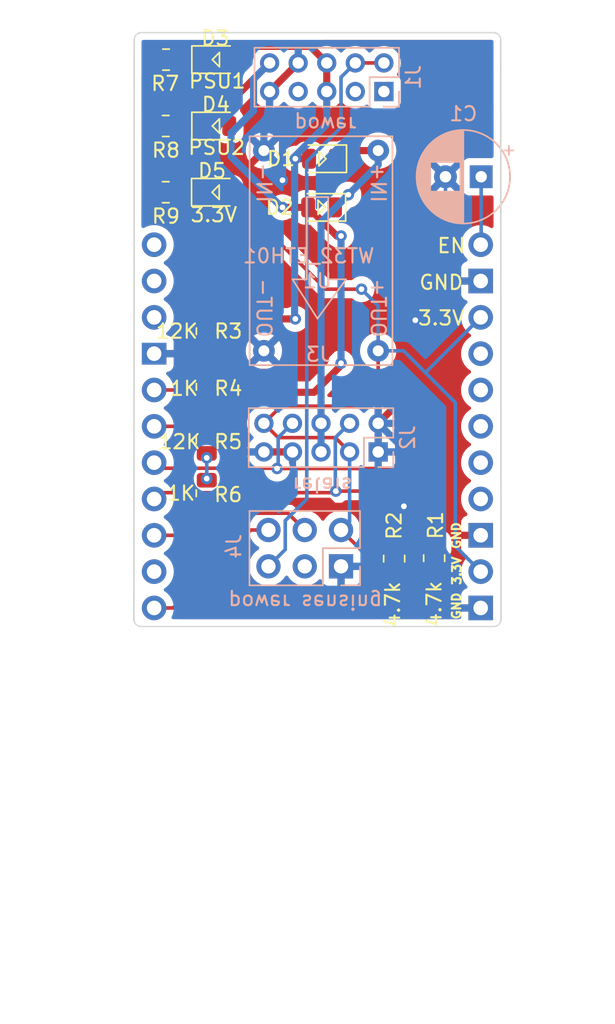
<source format=kicad_pcb>
(kicad_pcb (version 20211014) (generator pcbnew)

  (general
    (thickness 1.6)
  )

  (paper "A4")
  (layers
    (0 "F.Cu" signal)
    (31 "B.Cu" signal)
    (32 "B.Adhes" user "B.Adhesive")
    (33 "F.Adhes" user "F.Adhesive")
    (34 "B.Paste" user)
    (35 "F.Paste" user)
    (36 "B.SilkS" user "B.Silkscreen")
    (37 "F.SilkS" user "F.Silkscreen")
    (38 "B.Mask" user)
    (39 "F.Mask" user)
    (40 "Dwgs.User" user "User.Drawings")
    (41 "Cmts.User" user "User.Comments")
    (42 "Eco1.User" user "User.Eco1")
    (43 "Eco2.User" user "User.Eco2")
    (44 "Edge.Cuts" user)
    (45 "Margin" user)
    (46 "B.CrtYd" user "B.Courtyard")
    (47 "F.CrtYd" user "F.Courtyard")
    (48 "B.Fab" user)
    (49 "F.Fab" user)
    (50 "User.1" user)
    (51 "User.2" user)
    (52 "User.3" user)
    (53 "User.4" user)
    (54 "User.5" user)
    (55 "User.6" user)
    (56 "User.7" user)
    (57 "User.8" user)
    (58 "User.9" user)
  )

  (setup
    (stackup
      (layer "F.SilkS" (type "Top Silk Screen"))
      (layer "F.Paste" (type "Top Solder Paste"))
      (layer "F.Mask" (type "Top Solder Mask") (thickness 0.01))
      (layer "F.Cu" (type "copper") (thickness 0.035))
      (layer "dielectric 1" (type "core") (thickness 1.51) (material "FR4") (epsilon_r 4.5) (loss_tangent 0.02))
      (layer "B.Cu" (type "copper") (thickness 0.035))
      (layer "B.Mask" (type "Bottom Solder Mask") (thickness 0.01))
      (layer "B.Paste" (type "Bottom Solder Paste"))
      (layer "B.SilkS" (type "Bottom Silk Screen"))
      (copper_finish "None")
      (dielectric_constraints no)
    )
    (pad_to_mask_clearance 0)
    (pcbplotparams
      (layerselection 0x00010fc_ffffffff)
      (disableapertmacros false)
      (usegerberextensions true)
      (usegerberattributes false)
      (usegerberadvancedattributes false)
      (creategerberjobfile false)
      (svguseinch false)
      (svgprecision 6)
      (excludeedgelayer true)
      (plotframeref false)
      (viasonmask false)
      (mode 1)
      (useauxorigin false)
      (hpglpennumber 1)
      (hpglpenspeed 20)
      (hpglpendiameter 15.000000)
      (dxfpolygonmode true)
      (dxfimperialunits true)
      (dxfusepcbnewfont true)
      (psnegative false)
      (psa4output false)
      (plotreference true)
      (plotvalue true)
      (plotinvisibletext false)
      (sketchpadsonfab false)
      (subtractmaskfromsilk true)
      (outputformat 1)
      (mirror false)
      (drillshape 0)
      (scaleselection 1)
      (outputdirectory "gerber")
    )
  )

  (net 0 "")
  (net 1 "SENS_C")
  (net 2 "CENTER3PH")
  (net 3 "A0 IO")
  (net 4 "24VDC PSU1")
  (net 5 "Net-(U1-Pad1)")
  (net 6 "unconnected-(U1-Pad4)")
  (net 7 "SENSE_A")
  (net 8 "unconnected-(U1-Pad7)")
  (net 9 "unconnected-(U1-Pad8)")
  (net 10 "unconnected-(U1-Pad14)")
  (net 11 "unconnected-(U1-Pad15)")
  (net 12 "unconnected-(U1-Pad16)")
  (net 13 "SDA IO")
  (net 14 "SENSE_B")
  (net 15 "SCL IO")
  (net 16 "SENESE_B")
  (net 17 "A2 IO")
  (net 18 "24VDC PSU2")
  (net 19 "24VDC relais")
  (net 20 "SEN_OUT1")
  (net 21 "PSU1check")
  (net 22 "PSU2check")
  (net 23 "unconnected-(U1-Pad23)")
  (net 24 "unconnected-(U1-Pad5)")
  (net 25 "unconnected-(U1-Pad6)")
  (net 26 "SEN_OUT2")
  (net 27 "Net-(D3-Pad1)")
  (net 28 "Net-(D4-Pad1)")
  (net 29 "Net-(D5-Pad1)")

  (footprint "Resistor_SMD:R_0805_2012Metric" (layer "F.Cu") (at 108.21 76.76 -90))

  (footprint "Resistor_SMD:R_0805_2012Metric" (layer "F.Cu") (at 121.32 92.66 90))

  (footprint "Resistor_SMD:R_0805_2012Metric" (layer "F.Cu") (at 105.33 67.04))

  (footprint "Resistor_SMD:R_0805_2012Metric" (layer "F.Cu") (at 108.2 84.39 -90))

  (footprint "Resistor_SMD:R_0805_2012Metric" (layer "F.Cu") (at 108.21 80.6475 -90))

  (footprint "Resistor_SMD:R_0805_2012Metric" (layer "F.Cu") (at 105.35 57.77))

  (footprint "Diode_SMD:D_0805_2012Metric" (layer "F.Cu") (at 116.2375 68.1 180))

  (footprint "LED_SMD:LED_0805_2012Metric" (layer "F.Cu") (at 108.84 57.77))

  (footprint "Diode_SMD:D_0805_2012Metric" (layer "F.Cu") (at 116.3 64.7 180))

  (footprint "Resistor_SMD:R_0805_2012Metric" (layer "F.Cu") (at 124.12 92.63 90))

  (footprint "Resistor_SMD:R_0805_2012Metric" (layer "F.Cu") (at 108.2 88.09 -90))

  (footprint "LED_SMD:LED_0805_2012Metric" (layer "F.Cu") (at 108.84 62.41))

  (footprint "Resistor_SMD:R_0805_2012Metric" (layer "F.Cu") (at 105.33 62.41))

  (footprint "LED_SMD:LED_0805_2012Metric" (layer "F.Cu") (at 108.82 67.04))

  (footprint "Capacitor_THT:CP_Radial_D6.3mm_P2.50mm" (layer "B.Cu") (at 127.41 65.96 180))

  (footprint "Connector_PinHeader_2.00mm:PinHeader_2x05_P2.00mm_Vertical" (layer "B.Cu") (at 120.2 85.2 90))

  (footprint "Connector_PinHeader_2.00mm:PinHeader_2x05_P2.00mm_Vertical" (layer "B.Cu") (at 120.6 60 90))

  (footprint "powerbar_pcb:mini_dc_stepdown" (layer "B.Cu") (at 115.7 82.88 180))

  (footprint "Connector_PinHeader_2.54mm:PinHeader_2x03_P2.54mm_Vertical" (layer "B.Cu") (at 117.6 93.2 90))

  (footprint "powerbar_pcb:WT32_ETH01" (layer "B.Cu") (at 115.24 66.92 180))

  (gr_line (start 128.27 55.88) (end 103.632 55.88) (layer "Edge.Cuts") (width 0.1) (tstamp 03f2979d-59f0-44bc-ab04-db6de6ddf263))
  (gr_arc (start 103.124 56.388) (mid 103.27279 56.02879) (end 103.632 55.88) (layer "Edge.Cuts") (width 0.1) (tstamp 1ca835b9-6676-47c0-a32d-3cd84cedd04e))
  (gr_line (start 103.608 97.408) (end 128.292 97.408) (layer "Edge.Cuts") (width 0.1) (tstamp 264a833e-8706-4366-a795-cefda29902a8))
  (gr_line (start 103.124 56.388) (end 103.1 96.9) (layer "Edge.Cuts") (width 0.1) (tstamp 43407f7d-b90b-4fe8-b4c7-7065861953aa))
  (gr_arc (start 128.27 55.88) (mid 128.62921 56.02879) (end 128.778 56.388) (layer "Edge.Cuts") (width 0.1) (tstamp 4fa2a776-967e-42f5-8892-a9824348c50e))
  (gr_arc (start 128.8 96.9) (mid 128.65121 97.25921) (end 128.292 97.408) (layer "Edge.Cuts") (width 0.1) (tstamp 6929e45b-94a8-49e2-8c51-b084f9c68481))
  (gr_line (start 128.8 96.9) (end 128.778 56.388) (layer "Edge.Cuts") (width 0.1) (tstamp 887f0ef2-6f1c-4f74-8315-41191feb551c))
  (gr_arc (start 103.608 97.408) (mid 103.24879 97.25921) (end 103.1 96.9) (layer "Edge.Cuts") (width 0.1) (tstamp b08ab1e5-db40-48b0-a2e8-6cbed825f452))
  (gr_text "relais" (at 116.3 87.5 180) (layer "B.SilkS") (tstamp bdacfac0-a9a3-4791-85a0-7c3fcea1a805)
    (effects (font (size 1 1) (thickness 0.15)) (justify mirror))
  )
  (gr_text "power sensing" (at 115.1 95.7 180) (layer "B.SilkS") (tstamp ddea6eca-7898-4d18-a8d8-2f340c2c6cfa)
    (effects (font (size 1 1) (thickness 0.15)) (justify mirror))
  )
  (gr_text "power" (at 116.5 62.3 180) (layer "B.SilkS") (tstamp f17c3a96-89f9-4ceb-ba5d-5a355455f47b)
    (effects (font (size 1 1) (thickness 0.15)) (justify mirror))
  )
  (gr_text "GND" (at 124.61 73.35) (layer "F.SilkS") (tstamp 2db6dc78-69b8-4324-957c-1ca0b483b578)
    (effects (font (size 1 1) (thickness 0.15)))
  )
  (gr_text "GND" (at 125.68 95.97 90) (layer "F.SilkS") (tstamp 3a00bd77-7c06-48f6-aa87-3ad4dde56eee)
    (effects (font (size 0.6 0.6) (thickness 0.15)))
  )
  (gr_text "EN" (at 125.33 70.78) (layer "F.SilkS") (tstamp 574a0835-5775-4eb9-8737-60077353d30d)
    (effects (font (size 1 1) (thickness 0.15)))
  )
  (gr_text "3.3V\n" (at 124.62 75.84) (layer "F.SilkS") (tstamp 6144e11f-d9f1-4e36-82d0-79fad8ee95c8)
    (effects (font (size 1 1) (thickness 0.15)))
  )
  (gr_text "3.3V\n" (at 125.7 93.51 90) (layer "F.SilkS") (tstamp 95de68b6-9377-428c-8ee2-b91aa8709fe0)
    (effects (font (size 0.6 0.6) (thickness 0.15)))
  )
  (gr_text "GND" (at 125.68 91.05 90) (layer "F.SilkS") (tstamp 99f28672-758a-4df3-937a-33e72af50366)
    (effects (font (size 0.6 0.6) (thickness 0.15)))
  )

  (segment (start 120.6 58) (end 118.6 58) (width 0.25) (layer "F.Cu") (net 2) (tstamp 31daddbf-6154-4d1b-9aec-a9925b8ace55))
  (segment (start 113.695 92.025) (end 113.695 90.005) (width 0.25) (layer "B.Cu") (net 2) (tstamp 154e2d9c-2d8f-4e6b-b9b0-6a4ca0d0af23))
  (segment (start 113.695 90.005) (end 115.2 88.5) (width 0.25) (layer "B.Cu") (net 2) (tstamp 33f85598-b8ad-4562-aba9-36b9ab2023d2))
  (segment (start 117.6 59) (end 118.6 58) (width 0.25) (layer "B.Cu") (net 2) (tstamp 63409c1b-a9be-49ac-8e11-297a42c43a51))
  (segment (start 112.52 93.2) (end 113.695 92.025) (width 0.25) (layer "B.Cu") (net 2) (tstamp 64910f53-2461-4286-bdd7-79e00edfe494))
  (segment (start 117.6 62.5) (end 117.6 59) (width 0.25) (layer "B.Cu") (net 2) (tstamp 660c8fe0-16b0-48d4-863f-ffa52aa94ecc))
  (segment (start 115.2 88.5) (end 115.2 64.9) (width 0.25) (layer "B.Cu") (net 2) (tstamp a2b3143d-4ca5-40fe-bae2-3c8d9af9a8c8))
  (segment (start 115.2 64.9) (end 117.6 62.5) (width 0.25) (layer "B.Cu") (net 2) (tstamp c1444ff3-321c-4959-a4e3-d41f8f8c7590))
  (segment (start 115.38 79.63) (end 111.2 79.63) (width 0.5) (layer "F.Cu") (net 3) (tstamp 22cbd029-5862-4658-bb56-48072eb94eb3))
  (segment (start 108.5525 88.65) (end 108.2 89.0025) (width 0.5) (layer "F.Cu") (net 3) (tstamp 2588bb47-9ef6-48af-ba06-ed31d2212fb3))
  (segment (start 122.0125 89.0125) (end 122 89) (width 0.5) (layer "F.Cu") (net 3) (tstamp 270a5274-6e1b-45cc-8bec-0d78fdd32bc4))
  (segment (start 122.8 75.99) (end 122.8 80.6) (width 0.5) (layer "F.Cu") (net 3) (tstamp 4544e7df-d806-422d-940a-e969cbc8e7e4))
  (segment (start 111.2 79.66) (end 109.3 81.56) (width 0.5) (layer "F.Cu") (net 3) (tstamp 4aac9e1d-7c2c-4732-a6ca-5a3ae800213c))
  (segment (start 114.6 58) (end 112.6 60) (width 0.5) (layer "F.Cu") (net 3) (tstamp 4d5d73f5-3a30-4b04-867b-f8bd9836fb9d))
  (segment (start 122.8 80.6) (end 120.2 83.2) (width 0.5) (layer "F.Cu") (net 3) (tstamp 7fae7028-5816-4700-99da-e7cc5a7702c4))
  (segment (start 122 89) (end 117.087918 89) (width 0.5) (layer "F.Cu") (net 3) (tstamp 8b4a3467-177a-4035-8dbf-d2888828f741))
  (segment (start 119.02 75.99) (end 115.38 79.63) (width 0.5) (layer "F.Cu") (net 3) (tstamp 8feb74d0-e1cf-4023-a0c5-4b0a3153931d))
  (segment (start 116.737918 88.65) (end 108.5525 88.65) (width 0.5) (layer "F.Cu") (net 3) (tstamp b858eb1c-8ec2-4fcd-88c4-fb4ebdebd209))
  (segment (start 122.8 75.99) (end 119.02 75.99) (width 0.5) (layer "F.Cu") (net 3) (tstamp dde6259f-3015-48ce-b925-215635a3e20a))
  (segment (start 109.3 81.56) (end 108.21 81.56) (width 0.5) (layer "F.Cu") (net 3) (tstamp f60330a7-77c9-43d1-a573-598c34c96108))
  (segment (start 111.2 79.63) (end 111.2 79.66) (width 0.5) (layer "F.Cu") (net 3) (tstamp fce17c35-9c72-4651-8e4d-de59f752e2df))
  (segment (start 117.087918 89) (end 116.737918 88.65) (width 0.5) (layer "F.Cu") (net 3) (tstamp fdf40fe7-ebb0-48a9-baf6-9865d6e3aa5d))
  (via (at 113.5 66.2) (size 0.8) (drill 0.4) (layers "F.Cu" "B.Cu") (net 3) (tstamp 0c67f399-c3a1-4051-ade0-41dc55df5c37))
  (via (at 122 89) (size 0.8) (drill 0.4) (layers "F.Cu" "B.Cu") (net 3) (tstamp 4d3e0619-fa93-4f95-8fc7-4c62e04c5a10))
  (via (at 122.8 75.99) (size 0.8) (drill 0.4) (layers "F.Cu" "B.Cu") (net 3) (tstamp d0ce2ac6-896b-421d-8c74-00a50b912d2f))
  (segment (start 112.2 62.85) (end 112.2 64.13) (width 0.5) (layer "B.Cu") (net 3) (tstamp 0c999e15-7f4c-4b71-8ec0-9b8a3138a8d0))
  (segment (start 112.6 62.45) (end 112.6 60) (width 0.5) (layer "B.Cu") (net 3) (tstamp 29db20da-d337-49f9-b199-d0157a44a79e))
  (segment (start 122 85) (end 120.2 83.2) (width 0.5) (layer "B.Cu") (net 3) (tstamp 5904f202-36c6-406f-abe6-a87d6ad2e5b6))
  (segment (start 113.5 66.2) (end 113.5 63.35) (width 0.5) (layer "B.Cu") (net 3) (tstamp 64d90d67-61a9-413f-b58f-fe0e907e00fa))
  (segment (start 112.6 62.45) (end 112.2 62.85) (width 0.5) (layer "B.Cu") (net 3) (tstamp 8ce30224-e863-42ab-b819-f496c6c8fa7b))
  (segment (start 124.91 72.23) (end 125.92968 73.24968) (width 0.25) (layer "B.Cu") (net 3) (tstamp b6a4c1c4-7f94-408f-a923-bd037af713e1))
  (segment (start 122 89) (end 122 85) (width 0.5) (layer "B.Cu") (net 3) (tstamp c104cc9b-c10e-40b1-b6cf-c650d339d1c6))
  (segment (start 125.92968 73.24968) (end 127.37612 73.24968) (width 0.25) (layer "B.Cu") (net 3) (tstamp c9de04a5-a67c-4d92-b6a2-cc0b0b9d37a8))
  (segment (start 113.5 63.35) (end 112.6 62.45) (width 0.5) (layer "B.Cu") (net 3) (tstamp ea3ddb58-18ea-4a6f-9236-c3eab1998fdc))
  (segment (start 124.91 65.96) (end 124.91 72.23) (width 0.25) (layer "B.Cu") (net 3) (tstamp f0ceb37f-d9cf-423c-bf32-def15257bdcf))
  (segment (start 109.7775 57.5125) (end 109.7775 57.77) (width 0.5) (layer "F.Cu") (net 4) (tstamp 180b8654-0442-4caa-b7e0-22871a373853))
  (segment (start 108.2625 75.9) (end 108.21 75.8475) (width 0.5) (layer "F.Cu") (net 4) (tstamp 43d3c819-895d-46d2-a77f-1f6bf7034ec1))
  (segment (start 116.6 58) (end 115.44 56.84) (width 0.5) (layer "F.Cu") (net 4) (tstamp 45e1a459-fb19-4f74-aa78-67cadcbd5ba9))
  (segment (start 110.7075 56.84) (end 109.7775 57.77) (width 0.5) (layer "F.Cu") (net 4) (tstamp 54475368-02be-4b9a-bd08-2dd6f792d7cb))
  (segment (start 115.44 56.84) (end 110.7075 56.84) (width 0.5) (layer "F.Cu") (net 4) (tstamp 9055386c-66a5-4974-ae55-58fccea5d647))
  (segment (start 114.4 75.9) (end 114.4125 75.8875) (width 0.5) (layer "F.Cu") (net 4) (tstamp bf0f8c57-7980-46a0-b9e3-1cdf8da4edf8))
  (segment (start 114.4 75.9) (end 108.2625 75.9) (width 0.5) (layer "F.Cu") (net 4) (tstamp e2cd4320-3bfa-4974-92d2-a9975741e8ca))
  (segment (start 114.4 64.7) (end 115.3625 64.7) (width 0.5) (layer "F.Cu") (net 4) (tstamp e7d54fad-303a-4411-821c-cc93d73dfa9c))
  (segment (start 116.6 58) (end 116.6 60) (width 0.5) (layer "F.Cu") (net 4) (tstamp efeb2de9-3fe0-4737-9727-5e0722eb2fbb))
  (via (at 114.4 75.9) (size 0.8) (drill 0.4) (layers "F.Cu" "B.Cu") (net 4) (tstamp 6edcf69b-a8a5-4e2e-8671-fe466851a5ae))
  (via (at 114.4 64.7) (size 0.8) (drill 0.4) (layers "F.Cu" "B.Cu") (net 4) (tstamp 8db65adc-5f80-4058-a923-f238a7bfec48))
  (segment (start 116.6 62.3) (end 116.6 60) (width 0.5) (layer "B.Cu") (net 4) (tstamp 0a727f48-3299-4808-9f44-0b508006b9cc))
  (segment (start 114.4 64.5) (end 116.6 62.3) (width 0.5) (layer "B.Cu") (net 4) (tstamp 58b59631-4bab-458a-a6c0-bfefda9e9599))
  (segment (start 114.35 75.85) (end 114.4 75.9) (width 0.5) (layer "B.Cu") (net 4) (tstamp 7599dd13-7c0a-4b2a-89fe-85216ea49a62))
  (segment (start 114.35 64.75) (end 114.35 75.85) (width 0.5) (layer "B.Cu") (net 4) (tstamp 99f6c6cb-ff97-47c1-8e2b-c7d26141a55e))
  (segment (start 114.4 64.7) (end 114.4 64.5) (width 0.5) (layer "B.Cu") (net 4) (tstamp c01e0ea0-6dcd-4c66-bb81-0b46fa92965b))
  (segment (start 114.4 64.7) (end 114.35 64.75) (width 0.5) (layer "B.Cu") (net 4) (tstamp f6175298-dcb2-4eb7-99ce-41b90a51a041))
  (segment (start 127.41 70.6758) (end 127.37612 70.70968) (width 0.25) (layer "B.Cu") (net 5) (tstamp bbab72bf-4a3c-4224-a92b-0f311a51ba95))
  (segment (start 127.41 65.96) (end 127.41 70.6758) (width 0.25) (layer "B.Cu") (net 5) (tstamp c39685a1-3161-4dac-98ba-43398ae0dd1c))
  (segment (start 126.92 86.35) (end 127.315 85.955) (width 0.25) (layer "F.Cu") (net 8) (tstamp ebe3b642-7d20-4083-93fb-6fca2ab8da03))
  (segment (start 122.06 87.94) (end 117.23 87.94) (width 0.25) (layer "F.Cu") (net 13) (tstamp 0ebd7a7f-743a-4df6-9c7e-f5fa45a6a776))
  (segment (start 117.121288 88.048712) (end 104.957088 88.048712) (width 0.25) (layer "F.Cu") (net 13) (tstamp 168f53de-8a73-4ab5-9cd5-b7580e3d7614))
  (segment (start 122.83 88.71) (end 122.06 87.94) (width 0.25) (layer "F.Cu") (net 13) (tstamp 669355d2-aeb5-4b23-b748-4b36dcc9a1b4))
  (segment (start 122.83 90.2375) (end 122.83 88.71) (width 0.25) (layer "F.Cu") (net 13) (tstamp 6b7a1c3e-091f-4497-b4a6-4885a26636f5))
  (segment (start 117.414212 87.94) (end 117.499212 88.025) (width 0.25) (layer "F.Cu") (net 13) (tstamp 88f5f713-123f-4314-a425-f16a5007dadb))
  (segment (start 121.32 91.7475) (end 122.83 90.2375) (width 0.25) (layer "F.Cu") (net 13) (tstamp 9d38d0dd-8e62-4e3c-a7bf-9739c892cbc8))
  (segment (start 117.23 87.94) (end 117.121288 88.048712) (width 0.25) (layer "F.Cu") (net 13) (tstamp d612aef6-5309-4417-8ee0-4f1d94586c7e))
  (segment (start 117.23 87.94) (end 117.414212 87.94) (width 0.25) (layer "F.Cu") (net 13) (tstamp daf0f475-f34e-4927-9f6d-97bec0ef4d5c))
  (segment (start 104.957088 88.048712) (end 104.51612 88.48968) (width 0.25) (layer "F.Cu") (net 13) (tstamp f628fd27-f46f-4578-acf4-3ef9cb8f4998))
  (via (at 117.23 87.94) (size 0.8) (drill 0.4) (layers "F.Cu" "B.Cu") (net 13) (tstamp fcd0ee5d-f9be-4860-9169-031f379021e5))
  (segment (start 117.23 87.94) (end 117.2 87.91) (width 0.25) (layer "B.Cu") (net 13) (tstamp 028c5e7c-a7f7-48e9-94ad-83babab7dde6))
  (segment (start 117.2 84.2) (end 118.2 83.2) (width 0.25) (layer "B.Cu") (net 13) (tstamp 3f6646a9-9c5f-4cfd-a7a2-5e9032520b4e))
  (segment (start 117.2 87.91) (end 117.2 84.2) (width 0.25) (layer "B.Cu") (net 13) (tstamp 9ff049b2-328a-4d4e-93e2-8480dd10f6d7))
  (segment (start 113.12 86.36) (end 113.1 86.34) (width 0.25) (layer "F.Cu") (net 15) (tstamp 11cef7e6-9bf9-443f-bd61-cb81b0b412b0))
  (segment (start 124.12 88.06) (end 122.42 86.36) (width 0.25) (layer "F.Cu") (net 15) (tstamp 1bc9a069-fd44-487b-be27-b956febfbe06))
  (segment (start 104.90644 86.34) (end 104.51612 85.94968) (width 0.25) (layer "F.Cu") (net 15) (tstamp 2617f187-cdac-4508-9cee-b96a2529cb6e))
  (segment (start 113.1 86.34) (end 104.90644 86.34) (width 0.25) (layer "F.Cu") (net 15) (tstamp 2cd2f5ba-346f-49a1-be23-5009009311db))
  (segment (start 124.12 91.7175) (end 124.12 88.06) (width 0.25) (layer "F.Cu") (net 15) (tstamp 42fb0a5b-8393-4e4e-9b99-695e6e100446))
  (segment (start 122.42 86.36) (end 113.12 86.36) (width 0.25) (layer "F.Cu") (net 15) (tstamp cf8ac4be-11c7-4566-9186-85f727ea42bc))
  (via (at 113.12 86.36) (size 0.8) (drill 0.4) (layers "F.Cu" "B.Cu") (net 15) (tstamp 9f53517a-2855-44f8-ace5-7f8d2abbf13b))
  (segment (start 113.2 86.28) (end 113.2 84.2) (width 0.25) (layer "B.Cu") (net 15) (tstamp 1656ff7a-5b38-4802-bbd7-25bf3aed0e95))
  (segment (start 113.12 86.36) (end 113.2 86.28) (width 0.25) (layer "B.Cu") (net 15) (tstamp 6aa2a6f4-665b-421c-9449-dfe4b1b33f03))
  (segment (start 113.2 84.2) (end 114.2 83.2) (width 0.25) (layer "B.Cu") (net 15) (tstamp 783c74b5-1d62-4818-bbdc-2c8aecc67fe9))
  (segment (start 120.5125 93.5725) (end 121.32 93.5725) (width 0.25) (layer "F.Cu") (net 17) (tstamp 06449f29-cbce-43ac-9e4b-b5e58b67aa87))
  (segment (start 117.6 90.66) (end 120.5125 93.5725) (width 0.25) (layer "F.Cu") (net 17) (tstamp 09704f3b-2ecc-4a83-9618-becbdb6743f5))
  (segment (start 118.83 82) (end 120.2 80.63) (width 0.25) (layer "F.Cu") (net 17) (tstamp 1e2b7a65-96f5-4189-ae04-a66ec308c3f6))
  (segment (start 124.09 93.5725) (end 124.12 93.5425) (width 0.25) (layer "F.Cu") (net 17) (tstamp 1fa93288-253c-4472-a228-df19d4e6fd95))
  (segment (start 116.5375 73.82) (end 109.7575 67.04) (width 0.25) (layer "F.Cu") (net 17) (tstamp 22b74f9d-3273-4061-b278-14d140cece25))
  (segment (start 118.83 82) (end 113.4 82) (width 0.25) (layer "F.Cu") (net 17) (tstamp 2f4946d2-92db-4fce-a059-b9090044bf0c))
  (segment (start 124.12 93.5425) (end 124.14718 93.56968) (width 0.25) (layer "F.Cu") (net 17) (tstamp 54609ac9-6fdf-4723-a6a8-e0156d4bb62b))
  (segment (start 121.32 93.5725) (end 124.09 93.5725) (width 0.25) (layer "F.Cu") (net 17) (tstamp 5558f4e9-5ed7-4402-87f6-888f827fe803))
  (segment (start 117.2 84.2) (end 118.2 85.2) (width 0.25) (layer "F.Cu") (net 17) (tstamp 65c06735-136d-4150-95c5-033f6a9496a9))
  (segment (start 112.2 83.2) (end 113.2 84.2) (width 0.25) (layer "F.Cu") (net 17) (tstamp 6cc00c6b-7203-4c5b-8741-39250bd4d3a9))
  (segment (start 119.032816 73.82) (end 116.5375 73.82) (width 0.25) (layer "F.Cu") (net 17) (tstamp 85e7e232-6415-469d-9e01-70616254ba2f))
  (segment (start 113.2 84.2) (end 117.2 84.2) (width 0.25) (layer "F.Cu") (net 17) (tstamp 983aa5da-0010-4510-b08c-6a3bee134a4d))
  (segment (start 120.2 80.63) (end 120.2 78.13) (width 0.25) (layer "F.Cu") (net 17) (tstamp 9a65e4a5-9b62-49ea-8add-779dbd994f89))
  (segment (start 113.4 82) (end 112.2 83.2) (width 0.25) (layer "F.Cu") (net 17) (tstamp adb5e246-f6b1-4a33-b56c-73c406d0a977))
  (segment (start 111.86 83.2) (end 112.2 83.2) (width 0.25) (layer "F.Cu") (net 17) (tstamp c61f3192-2037-4048-9048-32215c3cc68d))
  (segment (start 111.9 83.2) (end 112.2 83.2) (width 0.25) (layer "F.Cu") (net 17) (tstamp ce89c25c-0169-41f0-8a61-71ad0e3b413d))
  (via (at 119.032816 73.82) (size 0.8) (drill 0.4) (layers "F.Cu" "B.Cu") (net 17) (tstamp e200103e-bbb2-40f1-943e-9d8fbc75f3b7))
  (segment (start 123.5358 79.63) (end 127.37612 75.78968) (width 0.25) (layer "B.Cu") (net 17) (tstamp 18366aed-61d7-411d-aee3-e22aeb7a147e))
  (segment (start 120.2 74.987184) (end 120.2 78.13) (width 0.25) (layer "B.Cu") (net 17) (tstamp 24c402a6-a3ca-46d8-9a2b-75b0e9686f4b))
  (segment (start 125.6 81.75) (end 121.98 78.13) (width 0.25) (layer "B.Cu") (net 17) (tstamp 286775ab-d5fa-4aab-ba66-86944596a05b))
  (segment (start 125.6 91.79356) (end 125.6 81.75) (width 0.25) (layer "B.Cu") (net 17) (tstamp 2d4abab7-6eac-4727-8c47-a94285be0cb2))
  (segment (start 127.37612 93.56968) (end 125.6 91.79356) (width 0.25) (layer "B.Cu") (net 17) (tstamp 3a70e380-5749-4a9a-a873-ceb4d64b2158))
  (segment (start 118.2 90.06) (end 117.6 90.66) (width 0.25) (layer "B.Cu") (net 17) (tstamp 46d4ca5d-fe2f-44e0-80c8-3b23a281b2dc))
  (segment (start 121.98 78.13) (end 120.2 78.13) (width 0.25) (layer "B.Cu") (net 17) (tstamp 4e50d00c-01e6-4a93-8584-ca520aab41a3))
  (segment (start 118.2 85.2) (end 118.2 90.06) (width 0.25) (layer "B.Cu") (net 17) (tstamp 930edb77-7bcf-4fe7-b073-2bb26661ecb9))
  (segment (start 119.032816 73.82) (end 120.2 74.987184) (width 0.25) (layer "B.Cu") (net 17) (tstamp caccd552-f0a0-4976-9a3a-97b6c4abbaa6))
  (segment (start 109.7775 60.8225) (end 112.6 58) (width 0.5) (layer "F.Cu") (net 18) (tstamp 1913e832-0b94-4b61-92dd-dfb33cc111dd))
  (segment (start 115.72 81.03) (end 111.32 81.03) (width 0.5) (layer "F.Cu") (net 18) (tstamp 503ccef4-c59c-4c13-833f-c3810ddc4abd))
  (segment (start 113.5 68.1) (end 115.3 68.1) (width 0.5) (layer "F.Cu") (net 18) (tstamp 62d6428f-a1b8-4913-a268-541c824d392b))
  (segment (start 117.3 70.1) (end 115.3 68.1) (width 0.5) (layer "F.Cu") (net 18) (tstamp 670f22b3-e247-40ee-87b1-a5cb5c0edf5e))
  (segment (start 108.8725 83.4775) (end 108.2 83.4775) (width 0.5) (layer "F.Cu") (net 18) (tstamp 76abb565-22b1-40ba-af30-0a30a3cff14f))
  (segment (start 117.6 79) (end 117.6 79.15) (width 0.5) (layer "F.Cu") (net 18) (tstamp 86237b51-1ab0-4ee5-a606-2efd69e4a9ff))
  (segment (start 111.32 81.03) (end 108.8725 83.4775) (width 0.5) (layer "F.Cu") (net 18) (tstamp ae9b1efc-3989-44a5-b69b-ed33f1cb6686))
  (segment (start 109.7775 62.41) (end 109.7775 60.8225) (width 0.5) (layer "F.Cu") (net 18) (tstamp b72ecc99-9fb8-4184-a925-73e5887a1df2))
  (segment (start 117.6 79.15) (end 115.72 81.03) (width 0.5) (layer "F.Cu") (net 18) (tstamp d6746967-33bd-45d4-b4a4-eea8fc49f763))
  (segment (start 117.6 70.1) (end 117.3 70.1) (width 0.5) (layer "F.Cu") (net 18) (tstamp ebe0f726-d70f-446b-aea8-13dfe2cb037c))
  (via (at 113.5 68.1) (size 0.8) (drill 0.4) (layers "F.Cu" "B.Cu") (net 18) (tstamp 25a10be8-5d40-486d-9adf-9a69ec0fa7d9))
  (via (at 117.6 79) (size 0.8) (drill 0.4) (layers "F.Cu" "B.Cu") (net 18) (tstamp 686e7673-9086-42de-921a-aafe5bc2e13d))
  (via (at 117.6 70.1) (size 0.8) (drill 0.4) (layers "F.Cu" "B.Cu") (net 18) (tstamp d77d5201-8515-4d3e-8175-61d0284b34a0))
  (segment (start 117.6 79) (end 117.6 70.1) (width 0.5) (layer "B.Cu") (net 18) (tstamp 12980ca0-3c8c-48b1-ad40-6efb14c7660e))
  (segment (start 111.475 59.125) (end 112.6 58) (width 0.5) (layer "B.Cu") (net 18) (tstamp 2c91b6ab-e18b-4158-8095-97bf1d63df75))
  (segment (start 109.9 62.918) (end 111.475 61.343) (width 0.5) (layer "B.Cu") (net 18) (tstamp 30445f72-f77b-46e8-9955-246b3b30bfec))
  (segment (start 113.5 68.1) (end 113.455973 68.1) (width 0.5) (layer "B.Cu") (net 18) (tstamp 76a3dff2-8a78-4ad6-a59c-860c214d0712))
  (segment (start 111.475 61.343) (end 111.475 59.125) (width 0.5) (layer "B.Cu") (net 18) (tstamp 928f4ffc-a8f0-42de-9ab6-ec6472aceb73))
  (segment (start 109.9 64.544027) (end 109.9 62.918) (width 0.5) (layer "B.Cu") (net 18) (tstamp a95309c3-0225-4561-a3a2-ccc091945f74))
  (segment (start 113.455973 68.1) (end 109.9 64.544027) (width 0.5) (layer "B.Cu") (net 18) (tstamp bd58c40c-c50a-480e-9e08-9c2919b6d153))
  (segment (start 117.175 68.1) (end 117.23 68.1) (width 0.5) (layer "F.Cu") (net 19) (tstamp 0a62ed76-3b49-4c26-9000-ee7f8b8bb201))
  (segment (start 120.2 64.13) (end 117.8075 64.13) (width 0.5) (layer "F.Cu") (net 19) (tstamp 319e0385-1bb1-4839-bc03-b00c5b057ef7))
  (segment (start 117.23 68.1) (end 118.115 67.215) (width 0.5) (layer "F.Cu") (net 19) (tstamp 4cbb5e39-5378-4223-8e50-147c3cd6e18b))
  (segment (start 117.8075 64.13) (end 117.2375 64.7) (width 0.5) (layer "F.Cu") (net 19) (tstamp 7452c1f3-38f3-477b-80b1-011c838f5c2e))
  (segment (start 120.42 64.35) (end 120.2 64.13) (width 0.5) (layer "F.Cu") (net 19) (tstamp c6ecc2e2-69df-4138-93b9-c74a03b3fe81))
  (via (at 118.115 67.215) (size 0.8) (drill 0.4) (layers "F.Cu" "B.Cu") (net 19) (tstamp 9bceec11-5dde-4f08-aeea-5b9de60288ef))
  (segment (start 116.2 83.2) (end 116.2 69.13) (width 0.5) (layer "B.Cu") (net 19) (tstamp 9e95a761-be16-4a91-9301-38884b848bcd))
  (segment (start 120.2 64.13) (end 120.2 65.13) (width 0.5) (layer "B.Cu") (net 19) (tstamp 9ea9291a-7736-4cb7-a854-0b4305173417))
  (segment (start 120.2 65.13) (end 118.115 67.215) (width 0.5) (layer "B.Cu") (net 19) (tstamp d5fd3a5a-6249-467d-b932-3f573a72c9a0))
  (segment (start 116.2 69.13) (end 118.115 67.215) (width 0.5) (layer "B.Cu") (net 19) (tstamp ea90d794-5d3c-4e21-80df-c6a2e85b40a3))
  (segment (start 116.2 85.2) (end 116.2 83.2) (width 0.5) (layer "B.Cu") (net 19) (tstamp fbac9d42-a68e-4da5-8e1a-e2a76f7a34d0))
  (segment (start 110.705 89.485) (end 109.16032 91.02968) (width 0.25) (layer "F.Cu") (net 20) (tstamp 373a3c5a-dd99-4371-aa23-949dec43cc97))
  (segment (start 115.06 90.66) (end 113.885 89.485) (width 0.25) (layer "F.Cu") (net 20) (tstamp 6a27b6ca-3a4b-40f4-9a11-a798f416b3fa))
  (segment (start 113.885 89.485) (end 110.705 89.485) (width 0.25) (layer "F.Cu") (net 20) (tstamp 9a282a03-a5bb-45c5-afa5-2c7916051d2b))
  (segment (start 109.16032 91.02968) (end 104.51612 91.02968) (width 0.25) (layer "F.Cu") (net 20) (tstamp b9e18398-43bc-4792-91c8-ef93de49a83a))
  (segment (start 104.51612 80.86968) (end 107.07532 80.86968) (width 0.25) (layer "F.Cu") (net 21) (tstamp 2a0d4a70-0104-4515-b972-c9be0793c2db))
  (segment (start 108.21 79.735) (end 108.21 77.6725) (width 0.25) (layer "F.Cu") (net 21) (tstamp 410f3132-9658-4a74-b470-11321af99a4b))
  (segment (start 107.07532 80.86968) (end 108.21 79.735) (width 0.25) (layer "F.Cu") (net 21) (tstamp bc9ed003-8734-47f5-b4e5-07f936652526))
  (segment (start 106.30718 83.40968) (end 108.2 85.3025) (width 0.25) (layer "F.Cu") (net 22) (tstamp c00448e4-b639-4d94-b469-cd6cec5a0132))
  (segment (start 104.51612 83.40968) (end 106.30718 83.40968) (width 0.25) (layer "F.Cu") (net 22) (tstamp fa1e3ea0-4147-4049-b643-6e6988a169e8))
  (via (at 108.2 87.0645) (size 0.8) (drill 0.4) (layers "F.Cu" "B.Cu") (net 22) (tstamp 3e3b4362-de9f-4cc0-81cf-6f46c3d303c2))
  (via (at 108.2 85.6155) (size 0.8) (drill 0.4) (layers "F.Cu" "B.Cu") (net 22) (tstamp d6c66b55-0c17-4529-833a-4267dc2e7627))
  (segment (start 108.2 87.0645) (end 108.2 85.6155) (width 0.25) (layer "B.Cu") (net 22) (tstamp 981c3c31-c8f1-43c2-b613-323ea7a604e1))
  (segment (start 111.29 90.66) (end 105.84032 96.10968) (width 0.25) (layer "F.Cu") (net 26) (tstamp 54700fbc-2dd5-4014-b675-5e2f4456cbf5))
  (segment (start 112.52 90.66) (end 111.29 90.66) (width 0.25) (layer "F.Cu") (net 26) (tstamp bb803eb1-9d11-47a7-b9af-db9057b2eaaa))
  (segment (start 105.84032 96.10968) (end 104.51612 96.10968) (width 0.25) (layer "F.Cu") (net 26) (tstamp d57f653b-3bfd-442c-b4e7-7b9a8803a94a))
  (segment (start 107.9025 57.77) (end 106.2625 57.77) (width 0.25) (layer "F.Cu") (net 27) (tstamp 20ae29fe-6710-450d-80c5-e54a2bc3374f))
  (segment (start 107.9025 62.41) (end 106.2425 62.41) (width 0.25) (layer "F.Cu") (net 28) (tstamp 96032068-d48f-45c1-925a-f6de71bf612c))
  (segment (start 107.8825 67.04) (end 106.2425 67.04) (width 0.25) (layer "F.Cu") (net 29) (tstamp f33f2d04-1fa3-4e3e-892a-e3ae61f6b7cf))

  (zone (net 3) (net_name "A0 IO") (layer "F.Cu") (tstamp adfdf93f-7287-49a1-be8e-d90f926e75ce) (hatch edge 0.508)
    (connect_pads (clearance 0.508))
    (min_thickness 0.254) (filled_areas_thickness no)
    (fill yes (thermal_gap 0.508) (thermal_bridge_width 0.508))
    (polygon
      (pts
        (xy 99.8 54.7)
        (xy 124.6 54.6)
        (xy 136.8 53.9)
        (xy 136.398 69.342)
        (xy 135.636 124.968)
        (xy 93.726 124.206)
        (xy 94.996 68.326)
        (xy 95.4 54.5)
      )
    )
    (filled_polygon
      (layer "F.Cu")
      (pts
        (xy 128.21169 56.408502)
        (xy 128.258183 56.462158)
        (xy 128.269569 56.514432)
        (xy 128.271727 60.487323)
        (xy 128.273912 64.510072)
        (xy 128.27392 64.525432)
        (xy 128.253955 64.593563)
        (xy 128.200325 64.640085)
        (xy 128.14792 64.6515)
        (xy 126.561866 64.6515)
        (xy 126.499684 64.658255)
        (xy 126.363295 64.709385)
        (xy 126.246739 64.796739)
        (xy 126.159385 64.913295)
        (xy 126.108255 65.049684)
        (xy 126.1015 65.111866)
        (xy 126.1015 65.115185)
        (xy 126.077847 65.18211)
        (xy 126.031844 65.217804)
        (xy 126.032859 65.219734)
        (xy 126.022 65.225442)
        (xy 126.021755 65.225632)
        (xy 126.021597 65.225653)
        (xy 125.983566 65.245644)
        (xy 125.282022 65.947188)
        (xy 125.274408 65.961132)
        (xy 125.274539 65.962965)
        (xy 125.27879 65.96958)
        (xy 125.984287 66.675077)
        (xy 126.026029 66.697871)
        (xy 126.036029 66.700047)
        (xy 126.086227 66.750253)
        (xy 126.101451 66.803814)
        (xy 126.1015 66.804719)
        (xy 126.1015 66.808134)
        (xy 126.108255 66.870316)
        (xy 126.159385 67.006705)
        (xy 126.246739 67.123261)
        (xy 126.363295 67.210615)
        (xy 126.499684 67.261745)
        (xy 126.561866 67.2685)
        (xy 128.149477 67.2685)
        (xy 128.217598 67.288502)
        (xy 128.264091 67.342158)
        (xy 128.275477 67.394432)
        (xy 128.276581 69.427676)
        (xy 128.256616 69.495807)
        (xy 128.202986 69.542329)
        (xy 128.132717 69.552471)
        (xy 128.089688 69.538053)
        (xy 128.057409 69.520234)
        (xy 127.939845 69.455335)
        (xy 127.824892 69.414628)
        (xy 127.732283 69.381833)
        (xy 127.732279 69.381832)
        (xy 127.727408 69.380107)
        (xy 127.722315 69.3792)
        (xy 127.722312 69.379199)
        (xy 127.510626 69.341492)
        (xy 127.51062 69.341491)
        (xy 127.505537 69.340586)
        (xy 127.431845 69.339686)
        (xy 127.285361 69.337896)
        (xy 127.285359 69.337896)
        (xy 127.280191 69.337833)
        (xy 127.057421 69.371922)
        (xy 126.84321 69.441937)
        (xy 126.838622 69.444325)
        (xy 126.838618 69.444327)
        (xy 126.739726 69.495807)
        (xy 126.64331 69.545998)
        (xy 126.639177 69.549101)
        (xy 126.639174 69.549103)
        (xy 126.614733 69.567454)
        (xy 126.463091 69.68131)
        (xy 126.307391 69.84424)
        (xy 126.180393 70.030413)
        (xy 126.085507 70.234827)
        (xy 126.025282 70.451994)
        (xy 126.001334 70.676081)
        (xy 126.001631 70.681234)
        (xy 126.001631 70.681237)
        (xy 126.005759 70.752829)
        (xy 126.014306 70.90107)
        (xy 126.015443 70.906116)
        (xy 126.015444 70.906122)
        (xy 126.038517 71.0085)
        (xy 126.063852 71.12092)
        (xy 126.065794 71.125702)
        (xy 126.065795 71.125706)
        (xy 126.102429 71.215924)
        (xy 126.148639 71.329725)
        (xy 126.266391 71.521879)
        (xy 126.269772 71.525782)
        (xy 126.410561 71.688315)
        (xy 126.410565 71.688318)
        (xy 126.413945 71.692221)
        (xy 126.414254 71.692478)
        (xy 126.448253 71.753221)
        (xy 126.443929 71.824086)
        (xy 126.401979 71.881364)
        (xy 126.369649 71.899273)
        (xy 126.276066 71.934356)
        (xy 126.260471 71.942894)
        (xy 126.158396 72.019395)
        (xy 126.145835 72.031956)
        (xy 126.069334 72.134031)
        (xy 126.060796 72.149626)
        (xy 126.015642 72.270074)
        (xy 126.012015 72.285329)
        (xy 126.006489 72.336194)
        (xy 126.00612 72.343008)
        (xy 126.00612 72.977565)
        (xy 126.010595 72.992804)
        (xy 126.011985 72.994009)
        (xy 126.019668 72.99568)
        (xy 127.50412 72.99568)
        (xy 127.572241 73.015682)
        (xy 127.618734 73.069338)
        (xy 127.63012 73.12168)
        (xy 127.63012 73.37768)
        (xy 127.610118 73.445801)
        (xy 127.556462 73.492294)
        (xy 127.50412 73.50368)
        (xy 126.024236 73.50368)
        (xy 126.008997 73.508155)
        (xy 126.007792 73.509545)
        (xy 126.006121 73.517228)
        (xy 126.006121 74.156349)
        (xy 126.006491 74.16317)
        (xy 126.012015 74.214032)
        (xy 126.015641 74.229284)
        (xy 126.060796 74.349734)
        (xy 126.069334 74.365329)
        (xy 126.145835 74.467404)
        (xy 126.158396 74.479965)
        (xy 126.260471 74.556466)
        (xy 126.276066 74.565004)
        (xy 126.373118 74.601388)
        (xy 126.429883 74.64403)
        (xy 126.454582 74.710592)
        (xy 126.439374 74.779941)
        (xy 126.419983 74.80642)
        (xy 126.307391 74.92424)
        (xy 126.304479 74.928509)
        (xy 126.184309 75.104673)
        (xy 126.180393 75.110413)
        (xy 126.085507 75.314827)
        (xy 126.073493 75.358148)
        (xy 126.027854 75.522721)
        (xy 126.025282 75.531994)
        (xy 126.001334 75.756081)
        (xy 126.014306 75.98107)
        (xy 126.015443 75.986116)
        (xy 126.015444 75.986122)
        (xy 126.035512 76.075167)
        (xy 126.063852 76.20092)
        (xy 126.065794 76.205702)
        (xy 126.065795 76.205706)
        (xy 126.102429 76.295924)
        (xy 126.148639 76.409725)
        (xy 126.266391 76.601879)
        (xy 126.413945 76.772221)
        (xy 126.587339 76.916175)
        (xy 126.643278 76.948863)
        (xy 126.692001 77.0005)
        (xy 126.705072 77.070283)
        (xy 126.678341 77.136055)
        (xy 126.647154 77.163997)
        (xy 126.64331 77.165998)
        (xy 126.639177 77.169101)
        (xy 126.639174 77.169103)
        (xy 126.526323 77.253834)
        (xy 126.463091 77.30131)
        (xy 126.450267 77.31473)
        (xy 126.325707 77.445074)
        (xy 126.307391 77.46424)
        (xy 126.180393 77.650413)
        (xy 126.085507 77.854827)
        (xy 126.025282 78.071994)
        (xy 126.001334 78.296081)
        (xy 126.001631 78.301234)
        (xy 126.001631 78.301237)
        (xy 126.008103 78.413483)
        (xy 126.014306 78.52107)
        (xy 126.015443 78.526116)
        (xy 126.015444 78.526122)
        (xy 126.029064 78.586556)
        (xy 126.063852 78.74092)
        (xy 126.065794 78.745702)
        (xy 126.065795 78.745706)
        (xy 126.116334 78.870168)
        (xy 126.148639 78.949725)
        (xy 126.266391 79.141879)
        (xy 126.413945 79.312221)
        (xy 126.587339 79.456175)
        (xy 126.591803 79.458783)
        (xy 126.591805 79.458785)
        (xy 126.611242 79.470142)
        (xy 126.643278 79.488863)
        (xy 126.692001 79.5405)
        (xy 126.705072 79.610283)
        (xy 126.678341 79.676055)
        (xy 126.647154 79.703997)
        (xy 126.64331 79.705998)
        (xy 126.639177 79.709101)
        (xy 126.639174 79.709103)
        (xy 126.467226 79.838205)
        (xy 126.463091 79.84131)
        (xy 126.307391 80.00424)
        (xy 126.304479 80.008509)
        (xy 126.188438 80.17862)
        (xy 126.180393 80.190413)
        (xy 126.085507 80.394827)
        (xy 126.075442 80.431122)
        (xy 126.028574 80.600125)
        (xy 126.025282 80.611994)
        (xy 126.001334 80.836081)
        (xy 126.001631 80.841234)
        (xy 126.001631 80.841237)
        (xy 126.008193 80.95504)
        (xy 126.014306 81.06107)
        (xy 126.015443 81.066116)
        (xy 126.015444 81.066122)
        (xy 126.033963 81.148294)
        (xy 126.063852 81.28092)
        (xy 126.065794 81.285702)
        (xy 126.065795 81.285706)
        (xy 126.141391 81.471876)
        (xy 126.148639 81.489725)
        (xy 126.266391 81.681879)
        (xy 126.413945 81.852221)
        (xy 126.587339 81.996175)
        (xy 126.643278 82.028863)
        (xy 126.692001 82.0805)
        (xy 126.705072 82.150283)
        (xy 126.678341 82.216055)
        (xy 126.647154 82.243997)
        (xy 126.64331 82.245998)
        (xy 126.639177 82.249101)
        (xy 126.639174 82.249103)
        (xy 126.467226 82.378205)
        (xy 126.463091 82.38131)
        (xy 126.444169 82.401111)
        (xy 126.380751 82.467474)
        (xy 126.307391 82.54424)
        (xy 126.304479 82.548509)
        (xy 126.188438 82.71862)
        (xy 126.180393 82.730413)
        (xy 126.085507 82.934827)
        (xy 126.025282 83.151994)
        (xy 126.001334 83.376081)
        (xy 126.001631 83.381234)
        (xy 126.001631 83.381237)
        (xy 126.014008 83.595902)
        (xy 126.014306 83.60107)
        (xy 126.015443 83.606116)
        (xy 126.015444 83.606122)
        (xy 126.03159 83.677763)
        (xy 126.063852 83.82092)
        (xy 126.148639 84.029725)
        (xy 126.266391 84.221879)
        (xy 126.413945 84.392221)
        (xy 126.587339 84.536175)
        (xy 126.643278 84.568863)
        (xy 126.692001 84.6205)
        (xy 126.705072 84.690283)
        (xy 126.678341 84.756055)
        (xy 126.647154 84.783997)
        (xy 126.64331 84.785998)
        (xy 126.639177 84.789101)
        (xy 126.639174 84.789103)
        (xy 126.521712 84.877296)
        (xy 126.463091 84.92131)
        (xy 126.307391 85.08424)
        (xy 126.180393 85.270413)
        (xy 126.085507 85.474827)
        (xy 126.064803 85.549485)
        (xy 126.027656 85.683435)
        (xy 126.025282 85.691994)
        (xy 126.001334 85.916081)
        (xy 126.001631 85.921234)
        (xy 126.001631 85.921237)
        (xy 126.003953 85.961502)
        (xy 126.014306 86.14107)
        (xy 126.015443 86.146116)
        (xy 126.015444 86.146122)
        (xy 126.039724 86.253858)
        (xy 126.063852 86.36092)
        (xy 126.148639 86.569725)
        (xy 126.266391 86.761879)
        (xy 126.413945 86.932221)
        (xy 126.587339 87.076175)
        (xy 126.643278 87.108863)
        (xy 126.692001 87.1605)
        (xy 126.705072 87.230283)
        (xy 126.678341 87.296055)
        (xy 126.647154 87.323997)
        (xy 126.64331 87.325998)
        (xy 126.639177 87.329101)
        (xy 126.639174 87.329103)
        (xy 126.474096 87.453047)
        (xy 126.463091 87.46131)
        (xy 126.459519 87.465048)
        (xy 126.33923 87.590923)
        (xy 126.307391 87.62424)
        (xy 126.304479 87.628509)
        (xy 126.187781 87.799583)
        (xy 126.180393 87.810413)
        (xy 126.085507 88.014827)
        (xy 126.025282 88.231994)
        (xy 126.001334 88.456081)
        (xy 126.001631 88.461234)
        (xy 126.001631 88.461237)
        (xy 126.010943 88.622745)
        (xy 126.014306 88.68107)
        (xy 126.015443 88.686116)
        (xy 126.015444 88.686122)
        (xy 126.029502 88.7485)
        (xy 126.063852 88.90092)
        (xy 126.065794 88.905702)
        (xy 126.065795 88.905706)
        (xy 126.135749 89.077982)
        (xy 126.148639 89.109725)
        (xy 126.266391 89.301879)
        (xy 126.269772 89.305782)
        (xy 126.410561 89.468315)
        (xy 126.410565 89.468318)
        (xy 126.413945 89.472221)
        (xy 126.414254 89.472478)
        (xy 126.448253 89.533221)
        (xy 126.443929 89.604086)
        (xy 126.401979 89.661364)
        (xy 126.369649 89.679273)
        (xy 126.276066 89.714356)
        (xy 126.260471 89.722894)
        (xy 126.158396 89.799395)
        (xy 126.145835 89.811956)
        (xy 126.069334 89.914031)
        (xy 126.060796 89.929626)
        (xy 126.015642 90.050074)
        (xy 126.012015 90.065329)
        (xy 126.006489 90.116194)
        (xy 126.00612 90.123008)
        (xy 126.00612 90.757565)
        (xy 126.010595 90.772804)
        (xy 126.011985 90.774009)
        (xy 126.019668 90.77568)
        (xy 127.50412 90.77568)
        (xy 127.572241 90.795682)
        (xy 127.618734 90.849338)
        (xy 127.63012 90.90168)
        (xy 127.63012 91.15768)
        (xy 127.610118 91.225801)
        (xy 127.556462 91.272294)
        (xy 127.50412 91.28368)
        (xy 126.024236 91.28368)
        (xy 126.008997 91.288155)
        (xy 126.007792 91.289545)
        (xy 126.006121 91.297228)
        (xy 126.006121 91.936349)
        (xy 126.006491 91.94317)
        (xy 126.012015 91.994032)
        (xy 126.015641 92.009284)
        (xy 126.060796 92.129734)
        (xy 126.069334 92.145329)
        (xy 126.145835 92.247404)
        (xy 126.158396 92.259965)
        (xy 126.260471 92.336466)
        (xy 126.276066 92.345004)
        (xy 126.373118 92.381388)
        (xy 126.429883 92.42403)
        (xy 126.454582 92.490592)
        (xy 126.439374 92.559941)
        (xy 126.419983 92.58642)
        (xy 126.307391 92.70424)
        (xy 126.304479 92.708509)
        (xy 126.187972 92.879303)
        (xy 126.180393 92.890413)
        (xy 126.085507 93.094827)
        (xy 126.025282 93.311994)
        (xy 126.001334 93.536081)
        (xy 126.014306 93.76107)
        (xy 126.015443 93.766116)
        (xy 126.015444 93.766122)
        (xy 126.025294 93.809829)
        (xy 126.063852 93.98092)
        (xy 126.065794 93.985702)
        (xy 126.065795 93.985706)
        (xy 126.143569 94.17724)
        (xy 126.148639 94.189725)
        (xy 126.266391 94.381879)
        (xy 126.269772 94.385782)
        (xy 126.410561 94.548315)
        (xy 126.410565 94.548318)
        (xy 126.413945 94.552221)
        (xy 126.414254 94.552478)
        (xy 126.448253 94.613221)
        (xy 126.443929 94.684086)
        (xy 126.401979 94.741364)
        (xy 126.369649 94.759273)
        (xy 126.276066 94.794356)
        (xy 126.260471 94.802894)
        (xy 126.158396 94.879395)
        (xy 126.145835 94.891956)
        (xy 126.069334 94.994031)
        (xy 126.060796 95.009626)
        (xy 126.015642 95.130074)
        (xy 126.012015 95.145329)
        (xy 126.006489 95.196194)
        (xy 126.00612 95.203008)
        (xy 126.00612 95.837565)
        (xy 126.010595 95.852804)
        (xy 126.011985 95.854009)
        (xy 126.019668 95.85568)
        (xy 127.50412 95.85568)
        (xy 127.572241 95.875682)
        (xy 127.618734 95.929338)
        (xy 127.63012 95.98168)
        (xy 127.63012 96.23768)
        (xy 127.610118 96.305801)
        (xy 127.556462 96.352294)
        (xy 127.50412 96.36368)
        (xy 126.024236 96.36368)
        (xy 126.008997 96.368155)
        (xy 126.007792 96.369545)
        (xy 126.006121 96.377228)
        (xy 126.006121 96.7735)
        (xy 125.986119 96.841621)
        (xy 125.932463 96.888114)
        (xy 125.880121 96.8995)
        (xy 106.217757 96.8995)
        (xy 106.149636 96.879498)
        (xy 106.103143 96.825842)
        (xy 106.093039 96.755568)
        (xy 106.122533 96.690988)
        (xy 106.148497 96.670003)
        (xy 106.147937 96.669232)
        (xy 106.183707 96.643244)
        (xy 106.193627 96.636728)
        (xy 106.224855 96.61826)
        (xy 106.224858 96.618258)
        (xy 106.231682 96.614222)
        (xy 106.246003 96.599901)
        (xy 106.261037 96.58706)
        (xy 106.271014 96.579811)
        (xy 106.277427 96.575152)
        (xy 106.305618 96.541075)
        (xy 106.313608 96.532296)
        (xy 111.306095 91.539809)
        (xy 111.368407 91.505783)
        (xy 111.439222 91.510848)
        (xy 111.490427 91.546406)
        (xy 111.562865 91.630031)
        (xy 111.562869 91.630035)
        (xy 111.56625 91.633938)
        (xy 111.738126 91.776632)
        (xy 111.808595 91.817811)
        (xy 111.811445 91.819476)
        (xy 111.860169 91.871114)
        (xy 111.87324 91.940897)
        (xy 111.846509 92.006669)
        (xy 111.806055 92.040027)
        (xy 111.793607 92.046507)
        (xy 111.789474 92.04961)
        (xy 111.789471 92.049612)
        (xy 111.6191 92.17753)
        (xy 111.614965 92.180635)
        (xy 111.586025 92.210919)
        (xy 111.476251 92.325791)
        (xy 111.460629 92.342138)
        (xy 111.334743 92.52668)
        (xy 111.307155 92.586114)
        (xy 111.252323 92.70424)
        (xy 111.240688 92.729305)
        (xy 111.180989 92.94457)
        (xy 111.18044 92.949707)
        (xy 111.179762 92.956054)
        (xy 111.157251 93.166695)
        (xy 111.157548 93.171848)
        (xy 111.157548 93.171851)
        (xy 111.160878 93.2296)
        (xy 111.17011 93.389715)
        (xy 111.171247 93.394761)
        (xy 111.171248 93.394767)
        (xy 111.185606 93.458475)
        (xy 111.219222 93.607639)
        (xy 111.303266 93.814616)
        (xy 111.354942 93.898944)
        (xy 111.417291 94.000688)
        (xy 111.419987 94.005088)
        (xy 111.56625 94.173938)
        (xy 111.738126 94.316632)
        (xy 111.931 94.429338)
        (xy 111.935825 94.43118)
        (xy 111.935826 94.431181)
        (xy 111.944007 94.434305)
        (xy 112.139692 94.50903)
        (xy 112.14476 94.510061)
        (xy 112.144763 94.510062)
        (xy 112.252017 94.531883)
        (xy 112.358597 94.553567)
        (xy 112.363772 94.553757)
        (xy 112.363774 94.553757)
        (xy 112.576673 94.561564)
        (xy 112.576677 94.561564)
        (xy 112.581837 94.561753)
        (xy 112.586957 94.561097)
        (xy 112.586959 94.561097)
        (xy 112.798288 94.534025)
        (xy 112.798289 94.534025)
        (xy 112.803416 94.533368)
        (xy 112.818415 94.528868)
        (xy 113.012429 94.470661)
        (xy 113.012434 94.470659)
        (xy 113.017384 94.469174)
        (xy 113.217994 94.370896)
        (xy 113.39986 94.241173)
        (xy 113.558096 94.083489)
        (xy 113.575823 94.05882)
        (xy 113.688453 93.902077)
        (xy 113.689776 93.903028)
        (xy 113.736645 93.859857)
        (xy 113.80658 93.847625)
        (xy 113.872026 93.875144)
        (xy 113.899875 93.906994)
        (xy 113.959987 94.005088)
        (xy 114.10625 94.173938)
        (xy 114.278126 94.316632)
        (xy 114.471 94.429338)
        (xy 114.475825 94.43118)
        (xy 114.475826 94.431181)
        (xy 114.484007 94.434305)
        (xy 114.679692 94.50903)
        (xy 114.68476 94.510061)
        (xy 114.684763 94.510062)
        (xy 114.792017 94.531883)
        (xy 114.898597 94.553567)
        (xy 114.903772 94.553757)
        (xy 114.903774 94.553757)
        (xy 115.116673 94.561564)
        (xy 115.116677 94.561564)
        (xy 115.121837 94.561753)
        (xy 115.126957 94.561097)
        (xy 115.126959 94.561097)
        (xy 115.338288 94.534025)
        (xy 115.338289 94.534025)
        (xy 115.343416 94.533368)
        (xy 115.358415 94.528868)
        (xy 115.552429 94.470661)
        (xy 115.552434 94.470659)
        (xy 115.557384 94.469174)
        (xy 115.757994 94.370896)
        (xy 115.93986 94.241173)
        (xy 116.007331 94.173938)
        (xy 116.048479 94.132933)
        (xy 116.110851 94.099017)
        (xy 116.181658 94.104205)
        (xy 116.238419 94.146851)
        (xy 116.255401 94.177954)
        (xy 116.296676 94.288054)
        (xy 116.305214 94.303649)
        (xy 116.381715 94.405724)
        (xy 116.394276 94.418285)
        (xy 116.496351 94.494786)
        (xy 116.511946 94.503324)
        (xy 116.632394 94.548478)
        (xy 116.647649 94.552105)
        (xy 116.698514 94.557631)
        (xy 116.705328 94.558)
        (xy 117.327885 94.558)
        (xy 117.343124 94.553525)
        (xy 117.344329 94.552135)
        (xy 117.346 94.544452)
        (xy 117.346 94.539884)
        (xy 117.854 94.539884)
        (xy 117.858475 94.555123)
        (xy 117.859865 94.556328)
        (xy 117.867548 94.557999)
        (xy 118.494669 94.557999)
        (xy 118.50149 94.557629)
        (xy 118.552352 94.552105)
        (xy 118.567604 94.548479)
        (xy 118.688054 94.503324)
        (xy 118.703649 94.494786)
        (xy 118.805724 94.418285)
        (xy 118.818285 94.405724)
        (xy 118.894786 94.303649)
        (xy 118.903324 94.288054)
        (xy 118.948478 94.167606)
        (xy 118.952105 94.152351)
        (xy 118.957631 94.101486)
        (xy 118.958 94.094672)
        (xy 118.958 93.472115)
        (xy 118.953525 93.456876)
        (xy 118.952135 93.455671)
        (xy 118.944452 93.454)
        (xy 117.872115 93.454)
        (xy 117.856876 93.458475)
        (xy 117.855671 93.459865)
        (xy 117.854 93.467548)
        (xy 117.854 94.539884)
        (xy 117.346 94.539884)
        (xy 117.346 93.072)
        (xy 117.366002 93.003879)
        (xy 117.419658 92.957386)
        (xy 117.472 92.946)
        (xy 118.937905 92.946)
        (xy 119.006026 92.966002)
        (xy 119.027 92.982905)
        (xy 120.008848 93.964753)
        (xy 120.016388 93.973039)
        (xy 120.0205 93.979518)
        (xy 120.026277 93.984943)
        (xy 120.070151 94.026143)
        (xy 120.072993 94.028898)
        (xy 120.09273 94.048635)
        (xy 120.095927 94.051115)
        (xy 120.104949 94.05882)
        (xy 120.137179 94.089086)
        (xy 120.135189 94.091205)
        (xy 120.173132 94.143008)
        (xy 120.17613 94.151995)
        (xy 120.176133 94.152002)
        (xy 120.17845 94.158946)
        (xy 120.271522 94.309348)
        (xy 120.396697 94.434305)
        (xy 120.402927 94.438145)
        (xy 120.402928 94.438146)
        (xy 120.54009 94.522694)
        (xy 120.547262 94.527115)
        (xy 120.622605 94.552105)
        (xy 120.708611 94.580632)
        (xy 120.708613 94.580632)
        (xy 120.715139 94.582797)
        (xy 120.721975 94.583497)
        (xy 120.721978 94.583498)
        (xy 120.765031 94.587909)
        (xy 120.8196 94.5935)
        (xy 121.8204 94.5935)
        (xy 121.823646 94.593163)
        (xy 121.82365 94.593163)
        (xy 121.919308 94.583238)
        (xy 121.919312 94.583237)
        (xy 121.926166 94.582526)
        (xy 121.932702 94.580345)
        (xy 121.932704 94.580345)
        (xy 122.077961 94.531883)
        (xy 122.093946 94.52655)
        (xy 122.244348 94.433478)
        (xy 122.369305 94.308303)
        (xy 122.383965 94.284521)
        (xy 122.395454 94.265883)
        (xy 122.448226 94.21839)
        (xy 122.502713 94.206)
        (xy 122.955931 94.206)
        (xy 123.024052 94.226002)
        (xy 123.063075 94.265698)
        (xy 123.071522 94.279348)
        (xy 123.076704 94.284521)
        (xy 123.101574 94.309348)
        (xy 123.196697 94.404305)
        (xy 123.202927 94.408145)
        (xy 123.202928 94.408146)
        (xy 123.34009 94.492694)
        (xy 123.347262 94.497115)
        (xy 123.424381 94.522694)
        (xy 123.508611 94.550632)
        (xy 123.508613 94.550632)
        (xy 123.515139 94.552797)
        (xy 123.521975 94.553497)
        (xy 123.521978 94.553498)
        (xy 123.562299 94.557629)
        (xy 123.6196 94.5635)
        (xy 124.6204 94.5635)
        (xy 124.623646 94.563163)
        (xy 124.62365 94.563163)
        (xy 124.719308 94.553238)
        (xy 124.719312 94.553237)
        (xy 124.726166 94.552526)
        (xy 124.732702 94.550345)
        (xy 124.732704 94.550345)
        (xy 124.873642 94.503324)
        (xy 124.893946 94.49655)
        (xy 125.044348 94.403478)
        (xy 125.169305 94.278303)
        (xy 125.177074 94.2657)
        (xy 125.258275 94.133968)
        (xy 125.258276 94.133966)
        (xy 125.262115 94.127738)
        (xy 125.317797 93.959861)
        (xy 125.3285 93.8554)
        (xy 125.3285 93.2296)
        (xy 125.317526 93.123834)
        (xy 125.307849 93.094827)
        (xy 125.263868 92.963002)
        (xy 125.26155 92.956054)
        (xy 125.168478 92.805652)
        (xy 125.081891 92.719216)
        (xy 125.047812 92.656934)
        (xy 125.052815 92.586114)
        (xy 125.081736 92.541025)
        (xy 125.164134 92.458483)
        (xy 125.169305 92.453303)
        (xy 125.187349 92.42403)
        (xy 125.258275 92.308968)
        (xy 125.258276 92.308966)
        (xy 125.262115 92.302738)
        (xy 125.302615 92.180635)
        (xy 125.315632 92.141389)
        (xy 125.315632 92.141387)
        (xy 125.317797 92.134861)
        (xy 125.3285 92.0304)
        (xy 125.3285 91.4046)
        (xy 125.324598 91.366994)
        (xy 125.318238 91.305692)
        (xy 125.318237 91.305688)
        (xy 125.317526 91.298834)
        (xy 125.26155 91.131054)
        (xy 125.168478 90.980652)
        (xy 125.043303 90.855695)
        (xy 124.948579 90.797306)
        (xy 124.898968 90.766725)
        (xy 124.898966 90.766724)
        (xy 124.892738 90.762885)
        (xy 124.839832 90.745337)
        (xy 124.781473 90.704906)
        (xy 124.754236 90.639342)
        (xy 124.7535 90.625744)
        (xy 124.7535 88.138767)
        (xy 124.754027 88.127584)
        (xy 124.755702 88.120091)
        (xy 124.753562 88.052014)
        (xy 124.7535 88.048055)
        (xy 124.7535 88.020144)
        (xy 124.752995 88.016144)
        (xy 124.752062 88.004301)
        (xy 124.750922 87.96803)
        (xy 124.750673 87.960111)
        (xy 124.745021 87.940657)
        (xy 124.741013 87.9213)
        (xy 124.739468 87.90907)
        (xy 124.739468 87.909069)
        (xy 124.738474 87.901203)
        (xy 124.735555 87.89383)
        (xy 124.722196 87.860088)
        (xy 124.718351 87.848858)
        (xy 124.708229 87.814017)
        (xy 124.708229 87.814016)
        (xy 124.706018 87.806407)
        (xy 124.701985 87.799588)
        (xy 124.701983 87.799583)
        (xy 124.695707 87.788972)
        (xy 124.687012 87.771224)
        (xy 124.679552 87.752383)
        (xy 124.653564 87.716613)
        (xy 124.647048 87.706693)
        (xy 124.62858 87.675465)
        (xy 124.628578 87.675462)
        (xy 124.624542 87.668638)
        (xy 124.610221 87.654317)
        (xy 124.59738 87.639283)
        (xy 124.590131 87.629306)
        (xy 124.585472 87.622893)
        (xy 124.551395 87.594702)
        (xy 124.542616 87.586712)
        (xy 122.923652 85.967747)
        (xy 122.916112 85.959461)
        (xy 122.912 85.952982)
        (xy 122.862348 85.906356)
        (xy 122.859507 85.903602)
        (xy 122.83977 85.883865)
        (xy 122.836573 85.881385)
        (xy 122.827551 85.87368)
        (xy 122.8011 85.848841)
        (xy 122.795321 85.843414)
        (xy 122.788375 85.839595)
        (xy 122.788372 85.839593)
        (xy 122.777566 85.833652)
        (xy 122.761047 85.822801)
        (xy 122.760583 85.822441)
        (xy 122.745041 85.810386)
        (xy 122.737772 85.807241)
        (xy 122.737768 85.807238)
        (xy 122.704463 85.792826)
        (xy 122.693813 85.787609)
        (xy 122.65506 85.766305)
        (xy 122.635437 85.761267)
        (xy 122.616734 85.754863)
        (xy 122.60542 85.749967)
        (xy 122.605419 85.749967)
        (xy 122.598145 85.746819)
        (xy 122.590322 85.74558)
        (xy 122.590312 85.745577)
        (xy 122.554476 85.739901)
        (xy 122.542856 85.737495)
        (xy 122.507711 85.728472)
        (xy 122.50771 85.728472)
        (xy 122.50003 85.7265)
        (xy 122.479776 85.7265)
        (xy 122.460065 85.724949)
        (xy 122.447886 85.72302)
        (xy 122.440057 85.72178)
        (xy 122.432165 85.722526)
        (xy 122.396039 85.725941)
        (xy 122.384181 85.7265)
        (xy 121.509 85.7265)
        (xy 121.440879 85.706498)
        (xy 121.394386 85.652842)
        (xy 121.383 85.6005)
        (xy 121.383 85.472115)
        (xy 121.378525 85.456876)
        (xy 121.377135 85.455671)
        (xy 121.369452 85.454)
        (xy 120.072 85.454)
        (xy 120.003879 85.433998)
        (xy 119.957386 85.380342)
        (xy 119.946 85.328)
        (xy 119.946 84.927885)
        (xy 120.454 84.927885)
        (xy 120.458475 84.943124)
        (xy 120.459865 84.944329)
        (xy 120.467548 84.946)
        (xy 121.364884 84.946)
        (xy 121.380123 84.941525)
        (xy 121.381328 84.940135)
        (xy 121.382999 84.932452)
        (xy 121.382999 84.480331)
        (xy 121.382629 84.47351)
        (xy 121.377105 84.422648)
        (xy 121.373479 84.407396)
        (xy 121.328324 84.286946)
        (xy 121.319786 84.271351)
        (xy 121.243285 84.169276)
        (xy 121.230725 84.156716)
        (xy 121.159602 84.103413)
        (xy 121.117086 84.046554)
        (xy 121.11206 83.975735)
        (xy 121.138292 83.922017)
        (xy 121.17542 83.877375)
        (xy 121.181944 83.867882)
        (xy 121.282531 83.688272)
        (xy 121.28721 83.677763)
        (xy 121.353386 83.482817)
        (xy 121.356017 83.471857)
        (xy 121.35404 83.457992)
        (xy 121.340474 83.454)
        (xy 120.472115 83.454)
        (xy 120.456876 83.458475)
        (xy 120.455671 83.459865)
        (xy 120.454 83.467548)
        (xy 120.454 84.927885)
        (xy 119.946 84.927885)
        (xy 119.946 82.927885)
        (xy 120.454 82.927885)
        (xy 120.458475 82.943124)
        (xy 120.459865 82.944329)
        (xy 120.467548 82.946)
        (xy 121.339485 82.946)
        (xy 121.353016 82.942027)
        (xy 121.354185 82.933892)
        (xy 121.310725 82.779794)
        (xy 121.306603 82.769055)
        (xy 121.215549 82.584417)
        (xy 121.209538 82.574608)
        (xy 121.08636 82.409651)
        (xy 121.078671 82.401111)
        (xy 120.92749 82.261361)
        (xy 120.918365 82.25436)
        (xy 120.744255 82.144505)
        (xy 120.734008 82.139284)
        (xy 120.542793 82.062997)
        (xy 120.531767 82.05973)
        (xy 120.47177 82.047797)
        (xy 120.458894 82.048949)
        (xy 120.454 82.064102)
        (xy 120.454 82.927885)
        (xy 119.946 82.927885)
        (xy 119.946 82.061337)
        (xy 119.941525 82.046098)
        (xy 119.931837 82.037703)
        (xy 119.896913 82.022329)
        (xy 119.857714 81.963135)
        (xy 119.85674 81.892145)
        (xy 119.889017 81.836887)
        (xy 120.592247 81.133657)
        (xy 120.600537 81.126113)
        (xy 120.607018 81.122)
        (xy 120.653659 81.072332)
        (xy 120.656413 81.069491)
        (xy 120.676135 81.049769)
        (xy 120.678612 81.046576)
        (xy 120.686317 81.037555)
        (xy 120.711159 81.0111)
        (xy 120.716586 81.005321)
        (xy 120.720407 80.998371)
        (xy 120.726346 80.987568)
        (xy 120.737202 80.971041)
        (xy 120.744757 80.961302)
        (xy 120.744758 80.9613)
        (xy 120.749614 80.95504)
        (xy 120.767174 80.91446)
        (xy 120.772391 80.903812)
        (xy 120.789875 80.872009)
        (xy 120.789876 80.872007)
        (xy 120.793695 80.86506)
        (xy 120.798733 80.845437)
        (xy 120.805137 80.826734)
        (xy 120.810033 80.81542)
        (xy 120.810033 80.815419)
        (xy 120.813181 80.808145)
        (xy 120.81442 80.800322)
        (xy 120.814423 80.800312)
        (xy 120.820099 80.764476)
        (xy 120.822505 80.752856)
        (xy 120.831528 80.717711)
        (xy 120.831528 80.71771)
        (xy 120.8335 80.71003)
        (xy 120.8335 80.689776)
        (xy 120.835051 80.670065)
        (xy 120.83698 80.657886)
        (xy 120.83822 80.650057)
        (xy 120.834059 80.606038)
        (xy 120.8335 80.594181)
        (xy 120.8335 79.303004)
        (xy 120.853502 79.234883)
        (xy 120.887229 79.199791)
        (xy 121.01527 79.110136)
        (xy 121.015273 79.110134)
        (xy 121.019781 79.106977)
        (xy 121.176977 78.949781)
        (xy 121.226396 78.879204)
        (xy 121.301331 78.772185)
        (xy 121.301332 78.772183)
        (xy 121.304488 78.767676)
        (xy 121.306811 78.762694)
        (xy 121.306814 78.762689)
        (xy 121.396117 78.571178)
        (xy 121.396118 78.571177)
        (xy 121.39844 78.566196)
        (xy 121.455978 78.351463)
        (xy 121.475353 78.13)
        (xy 121.455978 77.908537)
        (xy 121.39844 77.693804)
        (xy 121.396117 77.688822)
        (xy 121.306814 77.497311)
        (xy 121.306811 77.497306)
        (xy 121.304488 77.492324)
        (xy 121.285585 77.465328)
        (xy 121.180136 77.31473)
        (xy 121.180134 77.314727)
        (xy 121.176977 77.310219)
        (xy 121.019781 77.153023)
        (xy 121.015273 77.149866)
        (xy 121.01527 77.149864)
        (xy 120.92414 77.086054)
        (xy 120.837677 77.025512)
        (xy 120.832695 77.023189)
        (xy 120.83269 77.023186)
        (xy 120.641178 76.933883)
        (xy 120.641177 76.933882)
        (xy 120.636196 76.93156)
        (xy 120.630888 76.930138)
        (xy 120.630886 76.930137)
        (xy 120.541578 76.906207)
        (xy 120.421463 76.874022)
        (xy 120.2 76.854647)
        (xy 119.978537 76.874022)
        (xy 119.858422 76.906207)
        (xy 119.769114 76.930137)
        (xy 119.769112 76.930138)
        (xy 119.763804 76.93156)
        (xy 119.758823 76.933882)
        (xy 119.758822 76.933883)
        (xy 119.567311 77.023186)
        (xy 119.567306 77.023189)
        (xy 119.562324 77.025512)
        (xy 119.557817 77.028668)
        (xy 119.557815 77.028669)
        (xy 119.38473 77.149864)
        (xy 119.384727 77.149866)
        (xy 119.380219 77.153023)
        (xy 119.223023 77.310219)
        (xy 119.219866 77.314727)
        (xy 119.219864 77.31473)
        (xy 119.114415 77.465328)
        (xy 119.095512 77.492324)
        (xy 119.093189 77.497306)
        (xy 119.093186 77.497311)
        (xy 119.003883 77.688822)
        (xy 119.00156 77.693804)
        (xy 118.944022 77.908537)
        (xy 118.924647 78.13)
        (xy 118.944022 78.351463)
        (xy 119.00156 78.566196)
        (xy 119.003882 78.571177)
        (xy 119.003883 78.571178)
        (xy 119.093186 78.762689)
        (xy 119.093189 78.762694)
        (xy 119.095512 78.767676)
        (xy 119.098668 78.772183)
        (xy 119.098669 78.772185)
        (xy 119.173605 78.879204)
        (xy 119.223023 78.949781)
        (xy 119.380219 79.106977)
        (xy 119.384727 79.110134)
        (xy 119.38473 79.110136)
        (xy 119.512771 79.199791)
        (xy 119.557099 79.255248)
        (xy 119.5665 79.303004)
        (xy 119.5665 80.315406)
        (xy 119.546498 80.383527)
        (xy 119.529599 80.404497)
        (xy 118.604498 81.329597)
        (xy 118.542188 81.363621)
        (xy 118.515405 81.3665)
        (xy 116.760371 81.3665)
        (xy 116.69225 81.346498)
        (xy 116.645757 81.292842)
        (xy 116.635653 81.222568)
        (xy 116.665147 81.157988)
        (xy 116.671276 81.151405)
        (xy 117.994834 79.827847)
        (xy 118.032681 79.801835)
        (xy 118.05072 79.793804)
        (xy 118.050723 79.793802)
        (xy 118.056752 79.791118)
        (xy 118.211253 79.678866)
        (xy 118.33904 79.536944)
        (xy 118.42621 79.385962)
        (xy 118.431223 79.377279)
        (xy 118.431224 79.377278)
        (xy 118.434527 79.371556)
        (xy 118.493542 79.189928)
        (xy 118.494901 79.177003)
        (xy 118.512814 79.006565)
        (xy 118.513504 79)
        (xy 118.500263 78.874022)
        (xy 118.494232 78.816635)
        (xy 118.494232 78.816633)
        (xy 118.493542 78.810072)
        (xy 118.434527 78.628444)
        (xy 118.416061 78.596459)
        (xy 118.342341 78.468774)
        (xy 118.33904 78.463056)
        (xy 118.3342 78.45768)
        (xy 118.215675 78.326045)
        (xy 118.215674 78.326044)
        (xy 118.211253 78.321134)
        (xy 118.056752 78.208882)
        (xy 118.050724 78.206198)
        (xy 118.050722 78.206197)
        (xy 117.888319 78.133891)
        (xy 117.888318 78.133891)
        (xy 117.882288 78.131206)
        (xy 117.788888 78.111353)
        (xy 117.701944 78.092872)
        (xy 117.701939 78.092872)
        (xy 117.695487 78.0915)
        (xy 117.504513 78.0915)
        (xy 117.498061 78.092872)
        (xy 117.498056 78.092872)
        (xy 117.411112 78.111353)
        (xy 117.317712 78.131206)
        (xy 117.311682 78.133891)
        (xy 117.311681 78.133891)
        (xy 117.149278 78.206197)
        (xy 117.149276 78.206198)
        (xy 117.143248 78.208882)
        (xy 116.988747 78.321134)
        (xy 116.984326 78.326044)
        (xy 116.984325 78.326045)
        (xy 116.865801 78.45768)
        (xy 116.86096 78.463056)
        (xy 116.857659 78.468774)
        (xy 116.78394 78.596459)
        (xy 116.765473 78.628444)
        (xy 116.706458 78.810072)
        (xy 116.705768 78.816633)
        (xy 116.705768 78.816635)
        (xy 116.704979 78.82414)
        (xy 116.692249 78.94527)
        (xy 116.692238 78.945371)
        (xy 116.665225 79.011028)
        (xy 116.656023 79.021296)
        (xy 115.442724 80.234595)
        (xy 115.380412 80.268621)
        (xy 115.353629 80.2715)
        (xy 111.38707 80.2715)
        (xy 111.36812 80.270067)
        (xy 111.353885 80.267901)
        (xy 111.353881 80.267901)
        (xy 111.346651 80.266801)
        (xy 111.339359 80.267394)
        (xy 111.339356 80.267394)
        (xy 111.293982 80.271085)
        (xy 111.283767 80.2715)
        (xy 111.275707 80.2715)
        (xy 111.272073 80.271924)
        (xy 111.272067 80.271924)
        (xy 111.259042 80.273443)
        (xy 111.24748 80.274791)
        (xy 111.243132 80.275221)
        (xy 111.170364 80.28114)
        (xy 111.163403 80.283395)
        (xy 111.157463 80.284582)
        (xy 111.151588 80.285971)
        (xy 111.144319 80.286818)
        (xy 111.07567 80.311736)
        (xy 111.071542 80.313153)
        (xy 111.009064 80.333393)
        (xy 111.009062 80.333394)
        (xy 111.002101 80.335649)
        (xy 110.995846 80.339445)
        (xy 110.990372 80.341951)
        (xy 110.984942 80.34467)
        (xy 110.978063 80.347167)
        (xy 110.971943 80.35118)
        (xy 110.971942 80.35118)
        (xy 110.917024 80.387186)
        (xy 110.91332 80.389523)
        (xy 110.850893 80.427405)
        (xy 110.842516 80.434803)
        (xy 110.842492 80.434776)
        (xy 110.8395 80.437429)
        (xy 110.836267 80.440132)
        (xy 110.830148 80.444144)
        (xy 110.825116 80.449456)
        (xy 110.776872 80.500383)
        (xy 110.774494 80.502825)
        (xy 109.500224 81.777095)
        (xy 109.437912 81.811121)
        (xy 109.411129 81.814)
        (xy 107.020116 81.814)
        (xy 107.004877 81.818475)
        (xy 107.003672 81.819865)
        (xy 107.002001 81.827548)
        (xy 107.002001 81.869595)
        (xy 107.002338 81.876114)
        (xy 107.012257 81.971706)
        (xy 107.015149 81.9851)
        (xy 107.066588 82.139284)
        (xy 107.072761 82.152462)
        (xy 107.158063 82.290307)
        (xy 107.167099 82.301708)
        (xy 107.287009 82.42141)
        (xy 107.285913 82.422507)
        (xy 107.322074 82.473512)
        (xy 107.325305 82.544435)
        (xy 107.28968 82.605846)
        (xy 107.28167 82.612798)
        (xy 107.275652 82.616522)
        (xy 107.150695 82.741697)
        (xy 107.146855 82.747927)
        (xy 107.146854 82.747928)
        (xy 107.06339 82.883332)
        (xy 107.057885 82.892262)
        (xy 107.035876 82.958619)
        (xy 107.029466 82.977944)
        (xy 106.989036 83.036304)
        (xy 106.923472 83.063542)
        (xy 106.853591 83.051009)
        (xy 106.820778 83.027373)
        (xy 106.810832 83.017427)
        (xy 106.803292 83.009141)
        (xy 106.79918 83.002662)
        (xy 106.749528 82.956036)
        (xy 106.746687 82.953282)
        (xy 106.72695 82.933545)
        (xy 106.723753 82.931065)
        (xy 106.714731 82.92336)
        (xy 106.68828 82.898521)
        (xy 106.682501 82.893094)
        (xy 106.675555 82.889275)
        (xy 106.675552 82.889273)
        (xy 106.664746 82.883332)
        (xy 106.648227 82.872481)
        (xy 106.647763 82.872121)
        (xy 106.632221 82.860066)
        (xy 106.624952 82.856921)
        (xy 106.624948 82.856918)
        (xy 106.591643 82.842506)
        (xy 106.580993 82.837289)
        (xy 106.54224 82.815985)
        (xy 106.522617 82.810947)
        (xy 106.503914 82.804543)
        (xy 106.4926 82.799647)
        (xy 106.492599 82.799647)
        (xy 106.485325 82.796499)
        (xy 106.477502 82.79526)
        (xy 106.477492 82.795257)
        (xy 106.441656 82.789581)
        (xy 106.430036 82.787175)
        (xy 106.394891 82.778152)
        (xy 106.39489 82.778152)
        (xy 106.38721 82.77618)
        (xy 106.366956 82.77618)
        (xy 106.347245 82.774629)
        (xy 106.335066 82.7727)
        (xy 106.327237 82.77146)
        (xy 106.319345 82.772206)
        (xy 106.283219 82.775621)
        (xy 106.271361 82.77618)
        (xy 105.807218 82.77618)
        (xy 105.739097 82.756178)
        (xy 105.701426 82.71862)
        (xy 105.608484 82.574953)
        (xy 105.608482 82.57495)
        (xy 105.605674 82.57061)
        (xy 105.526144 82.483207)
        (xy 105.45748 82.407747)
        (xy 105.457478 82.407746)
        (xy 105.454002 82.403925)
        (xy 105.449951 82.400726)
        (xy 105.449947 82.400722)
        (xy 105.2812 82.267454)
        (xy 105.277142 82.264249)
        (xy 105.251656 82.25018)
        (xy 105.201686 82.199748)
        (xy 105.186914 82.130305)
        (xy 105.21203 82.0639)
        (xy 105.239376 82.037298)
        (xy 105.403751 81.92005)
        (xy 105.563385 81.760973)
        (xy 105.694894 81.577959)
        (xy 105.697186 81.573322)
        (xy 105.699849 81.56889)
        (xy 105.700774 81.569446)
        (xy 105.745276 81.521151)
        (xy 105.810127 81.50318)
        (xy 106.996553 81.50318)
        (xy 107.007736 81.503707)
        (xy 107.015229 81.505382)
        (xy 107.023155 81.505133)
        (xy 107.023156 81.505133)
        (xy 107.083306 81.503242)
        (xy 107.087265 81.50318)
        (xy 107.115176 81.50318)
        (xy 107.119111 81.502683)
        (xy 107.119176 81.502675)
        (xy 107.131013 81.501742)
        (xy 107.163271 81.500728)
        (xy 107.16729 81.500602)
        (xy 107.175209 81.500353)
        (xy 107.194663 81.494701)
        (xy 107.21402 81.490693)
        (xy 107.22625 81.489148)
        (xy 107.226251 81.489148)
        (xy 107.234117 81.488154)
        (xy 107.241488 81.485235)
        (xy 107.24149 81.485235)
        (xy 107.275232 81.471876)
        (xy 107.286462 81.468031)
        (xy 107.321303 81.457909)
        (xy 107.321304 81.457909)
        (xy 107.328913 81.455698)
        (xy 107.335732 81.451665)
        (xy 107.335737 81.451663)
        (xy 107.346348 81.445387)
        (xy 107.364096 81.436692)
        (xy 107.382937 81.429232)
        (xy 107.418707 81.403244)
        (xy 107.428627 81.396728)
        (xy 107.459855 81.37826)
        (xy 107.459858 81.378258)
        (xy 107.466682 81.374222)
        (xy 107.481003 81.359901)
        (xy 107.496037 81.34706)
        (xy 107.512427 81.335152)
        (xy 107.513262 81.336301)
        (xy 107.569001 81.308099)
        (xy 107.591906 81.306)
        (xy 109.399884 81.306)
        (xy 109.415123 81.301525)
        (xy 109.416328 81.300135)
        (xy 109.417999 81.292452)
        (xy 109.417999 81.250405)
        (xy 109.417662 81.243886)
        (xy 109.407743 81.148294)
        (xy 109.404851 81.1349)
        (xy 109.353412 80.980716)
        (xy 109.347239 80.967538)
        (xy 109.261937 80.829693)
        (xy 109.252901 80.818292)
        (xy 109.171538 80.73707)
        (xy 109.137459 80.674787)
        (xy 109.142462 80.603967)
        (xy 109.171383 80.55888)
        (xy 109.25413 80.475988)
        (xy 109.254134 80.475983)
        (xy 109.259305 80.470803)
        (xy 109.281496 80.434803)
        (xy 109.348275 80.326468)
        (xy 109.348276 80.326466)
        (xy 109.352115 80.320238)
        (xy 109.38663 80.216178)
        (xy 109.405632 80.158889)
        (xy 109.405632 80.158887)
        (xy 109.407797 80.152361)
        (xy 109.4185 80.0479)
        (xy 109.4185 79.4221)
        (xy 109.416661 79.404372)
        (xy 109.408238 79.323192)
        (xy 109.408237 79.323188)
        (xy 109.407526 79.316334)
        (xy 109.404851 79.308314)
        (xy 109.36497 79.188777)
        (xy 111.505777 79.188777)
        (xy 111.515074 79.200793)
        (xy 111.558069 79.230898)
        (xy 111.567555 79.236376)
        (xy 111.758993 79.325645)
        (xy 111.769285 79.329391)
        (xy 111.973309 79.384059)
        (xy 111.984104 79.385962)
        (xy 112.194525 79.404372)
        (xy 112.205475 79.404372)
        (xy 112.415896 79.385962)
        (xy 112.426691 79.384059)
        (xy 112.630715 79.329391)
        (xy 112.641007 79.325645)
        (xy 112.832445 79.236376)
        (xy 112.841931 79.230898)
        (xy 112.885764 79.200207)
        (xy 112.894139 79.189729)
        (xy 112.887071 79.176281)
        (xy 112.212812 78.502022)
        (xy 112.198868 78.494408)
        (xy 112.197035 78.494539)
        (xy 112.19042 78.49879)
        (xy 111.512207 79.177003)
        (xy 111.505777 79.188777)
        (xy 109.36497 79.188777)
        (xy 109.353868 79.155502)
        (xy 109.35155 79.148554)
        (xy 109.258478 78.998152)
        (xy 109.133303 78.873195)
        (xy 109.032471 78.811041)
        (xy 108.984978 78.758269)
        (xy 108.973554 78.688197)
        (xy 109.001828 78.623073)
        (xy 109.032282 78.596638)
        (xy 109.134348 78.533478)
        (xy 109.259305 78.408303)
        (xy 109.297719 78.345984)
        (xy 109.348275 78.263968)
        (xy 109.348276 78.263966)
        (xy 109.352115 78.257738)
        (xy 109.392668 78.135475)
        (xy 110.925628 78.135475)
        (xy 110.944038 78.345896)
        (xy 110.945941 78.356691)
        (xy 111.000609 78.560715)
        (xy 111.004355 78.571007)
        (xy 111.093623 78.762441)
        (xy 111.099103 78.771932)
        (xy 111.129794 78.815765)
        (xy 111.140271 78.82414)
        (xy 111.153718 78.817072)
        (xy 111.827978 78.142812)
        (xy 111.834356 78.131132)
        (xy 112.564408 78.131132)
        (xy 112.564539 78.132965)
        (xy 112.56879 78.13958)
        (xy 113.247003 78.817793)
        (xy 113.258777 78.824223)
        (xy 113.270793 78.814926)
        (xy 113.300897 78.771932)
        (xy 113.306377 78.762441)
        (xy 113.395645 78.571007)
        (xy 113.399391 78.560715)
        (xy 113.454059 78.356691)
        (xy 113.455962 78.345896)
        (xy 113.474372 78.135475)
        (xy 113.474372 78.124525)
        (xy 113.455962 77.914104)
        (xy 113.454059 77.903309)
        (xy 113.399391 77.699285)
        (xy 113.395645 77.688993)
        (xy 113.306377 77.497559)
        (xy 113.300897 77.488068)
        (xy 113.270206 77.444235)
        (xy 113.259729 77.43586)
        (xy 113.246282 77.442928)
        (xy 112.572022 78.117188)
        (xy 112.564408 78.131132)
        (xy 111.834356 78.131132)
        (xy 111.835592 78.128868)
        (xy 111.835461 78.127035)
        (xy 111.83121 78.12042)
        (xy 111.152997 77.442207)
        (xy 111.141223 77.435777)
        (xy 111.129207 77.445074)
        (xy 111.099103 77.488068)
        (xy 111.093623 77.497559)
        (xy 111.004355 77.688993)
        (xy 111.000609 77.699285)
        (xy 110.945941 77.903309)
        (xy 110.944038 77.914104)
        (xy 110.925628 78.124525)
        (xy 110.925628 78.135475)
        (xy 109.392668 78.135475)
        (xy 109.407797 78.089861)
        (xy 109.409709 78.071205)
        (xy 109.418172 77.988598)
        (xy 109.4185 77.9854)
        (xy 109.4185 77.3596)
        (xy 109.41539 77.329626)
        (xy 109.408238 77.260692)
        (xy 109.408237 77.260688)
        (xy 109.407526 77.253834)
        (xy 109.393555 77.211956)
        (xy 109.353868 77.093002)
        (xy 109.35155 77.086054)
        (xy 109.258478 76.935652)
        (xy 109.198167 76.875446)
        (xy 109.196391 76.873673)
        (xy 109.162312 76.81139)
        (xy 109.167315 76.74057)
        (xy 109.209812 76.683698)
        (xy 109.276311 76.658829)
        (xy 109.285409 76.6585)
        (xy 111.827744 76.6585)
        (xy 111.895865 76.678502)
        (xy 111.942358 76.732158)
        (xy 111.952462 76.802432)
        (xy 111.922968 76.867012)
        (xy 111.860355 76.906207)
        (xy 111.769285 76.930609)
        (xy 111.758993 76.934355)
        (xy 111.567559 77.023623)
        (xy 111.558068 77.029103)
        (xy 111.514235 77.059794)
        (xy 111.50586 77.070271)
        (xy 111.512928 77.083718)
        (xy 112.187188 77.757978)
        (xy 112.201132 77.765592)
        (xy 112.202965 77.765461)
        (xy 112.20958 77.76121)
        (xy 112.887793 77.082997)
        (xy 112.894223 77.071223)
        (xy 112.884926 77.059207)
        (xy 112.841931 77.029102)
        (xy 112.832445 77.023624)
        (xy 112.641007 76.934355)
        (xy 112.630715 76.930609)
        (xy 112.539645 76.906207)
        (xy 112.479022 76.869255)
        (xy 112.448001 76.805395)
        (xy 112.456429 76.7349)
        (xy 112.501632 76.680153)
        (xy 112.572256 76.6585)
        (xy 113.857413 76.6585)
        (xy 113.931472 76.682563)
        (xy 113.937902 76.687235)
        (xy 113.937909 76.687239)
        (xy 113.943248 76.691118)
        (xy 113.949276 76.693802)
        (xy 113.949278 76.693803)
        (xy 114.09794 76.759991)
        (xy 114.117712 76.768794)
        (xy 114.211112 76.788647)
        (xy 114.298056 76.807128)
        (xy 114.298061 76.807128)
        (xy 114.304513 76.8085)
        (xy 114.495487 76.8085)
        (xy 114.501939 76.807128)
        (xy 114.501944 76.807128)
        (xy 114.588888 76.788647)
        (xy 114.682288 76.768794)
        (xy 114.70206 76.759991)
        (xy 114.850722 76.693803)
        (xy 114.850724 76.693802)
        (xy 114.856752 76.691118)
        (xy 114.862097 76.687235)
        (xy 114.979578 76.601879)
        (xy 115.011253 76.578866)
        (xy 115.13904 76.436944)
        (xy 115.234527 76.271556)
        (xy 115.293542 76.089928)
        (xy 115.295094 76.075167)
        (xy 115.312814 75.906565)
        (xy 115.313504 75.9)
        (xy 115.293542 75.710072)
        (xy 115.234527 75.528444)
        (xy 115.13904 75.363056)
        (xy 115.095615 75.314827)
        (xy 115.015675 75.226045)
        (xy 115.015674 75.226044)
        (xy 115.011253 75.221134)
        (xy 114.893377 75.135492)
        (xy 114.862094 75.112763)
        (xy 114.862093 75.112762)
        (xy 114.856752 75.108882)
        (xy 114.850724 75.106198)
        (xy 114.850722 75.106197)
        (xy 114.688319 75.033891)
        (xy 114.688318 75.033891)
        (xy 114.682288 75.031206)
        (xy 114.588888 75.011353)
        (xy 114.501944 74.992872)
        (xy 114.501939 74.992872)
        (xy 114.495487 74.9915)
        (xy 114.304513 74.9915)
        (xy 114.298061 74.992872)
        (xy 114.298056 74.992872)
        (xy 114.211112 75.011353)
        (xy 114.117712 75.031206)
        (xy 114.111682 75.033891)
        (xy 114.111681 75.033891)
        (xy 113.949278 75.106197)
        (xy 113.949276 75.106198)
        (xy 113.943248 75.108882)
        (xy 113.937909 75.112761)
        (xy 113.937902 75.112765)
        (xy 113.931472 75.117437)
        (xy 113.857413 75.1415)
        (xy 109.341507 75.1415)
        (xy 109.273386 75.121498)
        (xy 109.252489 75.104673)
        (xy 109.138483 74.990866)
        (xy 109.133303 74.985695)
        (xy 109.127072 74.981854)
        (xy 108.988968 74.896725)
        (xy 108.988966 74.896724)
        (xy 108.982738 74.892885)
        (xy 108.822254 74.839655)
        (xy 108.821389 74.839368)
        (xy 108.821387 74.839368)
        (xy 108.814861 74.837203)
        (xy 108.808025 74.836503)
        (xy 108.808022 74.836502)
        (xy 108.764969 74.832091)
        (xy 108.7104 74.8265)
        (xy 107.7096 74.8265)
        (xy 107.706354 74.826837)
        (xy 107.70635 74.826837)
        (xy 107.610692 74.836762)
        (xy 107.610688 74.836763)
        (xy 107.603834 74.837474)
        (xy 107.597298 74.839655)
        (xy 107.597296 74.839655)
        (xy 107.465194 74.883728)
        (xy 107.436054 74.89345)
        (xy 107.285652 74.986522)
        (xy 107.160695 75.111697)
        (xy 107.156855 75.117927)
        (xy 107.156854 75.117928)
        (xy 107.09021 75.226045)
        (xy 107.067885 75.262262)
        (xy 107.012203 75.430139)
        (xy 107.0015 75.5346)
        (xy 107.0015 76.1604)
        (xy 107.012474 76.266166)
        (xy 107.014655 76.272702)
        (xy 107.014655 76.272704)
        (xy 107.02075 76.290973)
        (xy 107.06845 76.433946)
        (xy 107.161522 76.584348)
        (xy 107.235804 76.6585)
        (xy 107.248109 76.670784)
        (xy 107.282188 76.733066)
        (xy 107.277185 76.803886)
        (xy 107.248264 76.848975)
        (xy 107.181181 76.916175)
        (xy 107.160695 76.936697)
        (xy 107.156855 76.942927)
        (xy 107.156854 76.942928)
        (xy 107.077772 77.071223)
        (xy 107.067885 77.087262)
        (xy 107.012203 77.255139)
        (xy 107.0015 77.3596)
        (xy 107.0015 77.9854)
        (xy 107.001837 77.988646)
        (xy 107.001837 77.98865)
        (xy 107.010485 78.071994)
        (xy 107.012474 78.091166)
        (xy 107.014655 78.097702)
        (xy 107.014655 78.097704)
        (xy 107.049344 78.20168)
        (xy 107.06845 78.258946)
        (xy 107.161522 78.409348)
        (xy 107.286697 78.534305)
        (xy 107.292927 78.538145)
        (xy 107.292928 78.538146)
        (xy 107.387529 78.596459)
        (xy 107.435022 78.649231)
        (xy 107.446446 78.719303)
        (xy 107.418172 78.784427)
        (xy 107.387718 78.810862)
        (xy 107.285652 78.874022)
        (xy 107.160695 78.999197)
        (xy 107.067885 79.149762)
        (xy 107.012203 79.317639)
        (xy 107.011503 79.324475)
        (xy 107.011502 79.324478)
        (xy 107.010999 79.329391)
        (xy 107.0015 79.4221)
        (xy 107.0015 79.995405)
        (xy 106.981498 80.063526)
        (xy 106.964595 80.0845)
        (xy 106.84982 80.199275)
        (xy 106.787508 80.233301)
        (xy 106.760725 80.23618)
        (xy 105.807218 80.23618)
        (xy 105.739097 80.216178)
        (xy 105.701426 80.17862)
        (xy 105.608484 80.034953)
        (xy 105.608482 80.03495)
        (xy 105.605674 80.03061)
        (xy 105.454002 79.863925)
        (xy 105.425367 79.84131)
        (xy 105.398207 79.81986)
        (xy 105.357145 79.761943)
        (xy 105.353913 79.69102)
        (xy 105.389539 79.629609)
        (xy 105.45271 79.597207)
        (xy 105.462695 79.595716)
        (xy 105.480472 79.593785)
        (xy 105.495724 79.590159)
        (xy 105.616174 79.545004)
        (xy 105.631769 79.536466)
        (xy 105.733844 79.459965)
        (xy 105.746405 79.447404)
        (xy 105.822906 79.345329)
        (xy 105.831444 79.329734)
        (xy 105.876598 79.209286)
        (xy 105.880225 79.194031)
        (xy 105.885751 79.143166)
        (xy 105.88612 79.136352)
        (xy 105.88612 78.601795)
        (xy 105.881645 78.586556)
        (xy 105.880255 78.585351)
        (xy 105.872572 78.58368)
        (xy 104.38812 78.58368)
        (xy 104.319999 78.563678)
        (xy 104.273506 78.510022)
        (xy 104.26212 78.45768)
        (xy 104.26212 78.20168)
        (xy 104.282122 78.133559)
        (xy 104.335778 78.087066)
        (xy 104.38812 78.07568)
        (xy 105.868004 78.07568)
        (xy 105.883243 78.071205)
        (xy 105.884448 78.069815)
        (xy 105.886119 78.062132)
        (xy 105.886119 77.523011)
        (xy 105.885749 77.51619)
        (xy 105.880225 77.465328)
        (xy 105.876599 77.450076)
        (xy 105.831444 77.329626)
        (xy 105.822906 77.314031)
        (xy 105.746405 77.211956)
        (xy 105.733844 77.199395)
        (xy 105.631769 77.122894)
        (xy 105.616174 77.114356)
        (xy 105.495726 77.069202)
        (xy 105.48047 77.065574)
        (xy 105.467698 77.064187)
        (xy 105.402135 77.036946)
        (xy 105.361708 76.978583)
        (xy 105.359252 76.907629)
        (xy 105.399911 76.842789)
        (xy 105.403751 76.84005)
        (xy 105.41646 76.827386)
        (xy 105.559725 76.68462)
        (xy 105.563385 76.680973)
        (xy 105.694894 76.497959)
        (xy 105.794746 76.295924)
        (xy 105.860259 76.080293)
        (xy 105.873322 75.98107)
        (xy 105.889238 75.86018)
        (xy 105.889239 75.860173)
        (xy 105.889675 75.856858)
        (xy 105.891317 75.78968)
        (xy 105.884026 75.701001)
        (xy 105.873275 75.570226)
        (xy 105.873274 75.57022)
        (xy 105.872851 75.565075)
        (xy 105.823544 75.368774)
        (xy 105.819208 75.351512)
        (xy 105.819207 75.351508)
        (xy 105.817949 75.346501)
        (xy 105.778612 75.256032)
        (xy 105.730146 75.144567)
        (xy 105.730144 75.144564)
        (xy 105.728086 75.13983)
        (xy 105.605674 74.95061)
        (xy 105.556643 74.896725)
        (xy 105.45748 74.787747)
        (xy 105.457478 74.787746)
        (xy 105.454002 74.783925)
        (xy 105.449951 74.780726)
        (xy 105.449947 74.780722)
        (xy 105.2812 74.647454)
        (xy 105.277142 74.644249)
        (xy 105.251656 74.63018)
        (xy 105.201686 74.579748)
        (xy 105.186914 74.510305)
        (xy 105.21203 74.4439)
        (xy 105.239376 74.417298)
        (xy 105.403751 74.30005)
        (xy 105.563385 74.140973)
        (xy 105.694894 73.957959)
        (xy 105.794746 73.755924)
        (xy 105.860259 73.540293)
        (xy 105.889675 73.316858)
        (xy 105.889757 73.313505)
        (xy 105.891235 73.253044)
        (xy 105.891235 73.25304)
        (xy 105.891317 73.24968)
        (xy 105.88316 73.15046)
        (xy 105.873275 73.030226)
        (xy 105.873274 73.03022)
        (xy 105.872851 73.025075)
        (xy 105.817949 72.806501)
        (xy 105.728086 72.59983)
        (xy 105.605674 72.41061)
        (xy 105.454002 72.243925)
        (xy 105.449951 72.240726)
        (xy 105.449947 72.240722)
        (xy 105.2812 72.107454)
        (xy 105.277142 72.104249)
        (xy 105.251656 72.09018)
        (xy 105.201686 72.039748)
        (xy 105.186914 71.970305)
        (xy 105.21203 71.9039)
        (xy 105.239376 71.877298)
        (xy 105.403751 71.76005)
        (xy 105.563385 71.600973)
        (xy 105.694894 71.417959)
        (xy 105.794746 71.215924)
        (xy 105.860259 71.000293)
        (xy 105.864406 70.968794)
        (xy 105.889238 70.78018)
        (xy 105.889239 70.780173)
        (xy 105.889675 70.776858)
        (xy 105.891317 70.70968)
        (xy 105.881388 70.588911)
        (xy 105.873275 70.490226)
        (xy 105.873274 70.49022)
        (xy 105.872851 70.485075)
        (xy 105.8454 70.375788)
        (xy 105.819208 70.271512)
        (xy 105.819207 70.271508)
        (xy 105.817949 70.266501)
        (xy 105.748407 70.106565)
        (xy 105.730146 70.064567)
        (xy 105.730144 70.064564)
        (xy 105.728086 70.05983)
        (xy 105.605674 69.87061)
        (xy 105.454002 69.703925)
        (xy 105.449951 69.700726)
        (xy 105.449947 69.700722)
        (xy 105.322353 69.599955)
        (xy 105.277142 69.564249)
        (xy 105.079845 69.455335)
        (xy 104.964892 69.414628)
        (xy 104.872283 69.381833)
        (xy 104.872279 69.381832)
        (xy 104.867408 69.380107)
        (xy 104.862315 69.3792)
        (xy 104.862312 69.379199)
        (xy 104.650626 69.341492)
        (xy 104.65062 69.341491)
        (xy 104.645537 69.340586)
        (xy 104.571845 69.339686)
        (xy 104.425361 69.337896)
        (xy 104.425359 69.337896)
        (xy 104.420191 69.337833)
        (xy 104.197421 69.371922)
        (xy 103.98321 69.441937)
        (xy 103.808958 69.532646)
        (xy 103.739301 69.546359)
        (xy 103.673286 69.520234)
        (xy 103.631874 69.462566)
        (xy 103.62478 69.420808)
        (xy 103.625456 68.279657)
        (xy 103.645498 68.211548)
        (xy 103.699182 68.165087)
        (xy 103.769462 68.155025)
        (xy 103.81757 68.172471)
        (xy 103.82624 68.177815)
        (xy 103.839424 68.183963)
        (xy 103.99371 68.235138)
        (xy 104.007086 68.238005)
        (xy 104.101438 68.247672)
        (xy 104.107854 68.248)
        (xy 104.145385 68.248)
        (xy 104.160624 68.243525)
        (xy 104.161829 68.242135)
        (xy 104.1635 68.234452)
        (xy 104.1635 68.229884)
        (xy 104.6715 68.229884)
        (xy 104.675975 68.245123)
        (xy 104.677365 68.246328)
        (xy 104.685048 68.247999)
        (xy 104.727095 68.247999)
        (xy 104.733614 68.247662)
        (xy 104.829206 68.237743)
        (xy 104.8426 68.234851)
        (xy 104.996784 68.183412)
        (xy 105.009962 68.177239)
        (xy 105.147807 68.091937)
        (xy 105.159208 68.082901)
        (xy 105.24043 68.001538)
        (xy 105.302713 67.967459)
        (xy 105.373533 67.972462)
        (xy 105.41862 68.001383)
        (xy 105.501512 68.08413)
        (xy 105.501517 68.084134)
        (xy 105.506697 68.089305)
        (xy 105.512927 68.093145)
        (xy 105.512928 68.093146)
        (xy 105.65009 68.177694)
        (xy 105.657262 68.182115)
        (xy 105.665858 68.184966)
        (xy 105.818611 68.235632)
        (xy 105.818613 68.235632)
        (xy 105.825139 68.237797)
        (xy 105.831975 68.238497)
        (xy 105.831978 68.238498)
        (xy 105.875031 68.242909)
        (xy 105.9296 68.2485)
        (xy 106.5554 68.2485)
        (xy 106.558646 68.248163)
        (xy 106.55865 68.248163)
        (xy 106.654308 68.238238)
        (xy 106.654312 68.238237)
        (xy 106.661166 68.237526)
        (xy 106.667702 68.235345)
        (xy 106.667704 68.235345)
        (xy 106.818707 68.184966)
        (xy 106.828946 68.18155)
        (xy 106.979348 68.088478)
        (xy 106.984521 68.083296)
        (xy 106.990258 68.078749)
        (xy 106.991143 68.079866)
        (xy 107.046381 68.049643)
        (xy 107.117201 68.054648)
        (xy 107.158326 68.081028)
        (xy 107.158421 68.080908)
        (xy 107.159645 68.081874)
        (xy 107.162287 68.083569)
        (xy 107.169347 68.090617)
        (xy 107.175577 68.094457)
        (xy 107.175578 68.094458)
        (xy 107.208986 68.115051)
        (xy 107.318671 68.182661)
        (xy 107.325619 68.184966)
        (xy 107.32562 68.184966)
        (xy 107.478634 68.235719)
        (xy 107.478636 68.235719)
        (xy 107.485165 68.237885)
        (xy 107.588769 68.2485)
        (xy 107.880234 68.2485)
        (xy 108.17623 68.248499)
        (xy 108.281129 68.237616)
        (xy 108.28766 68.235437)
        (xy 108.287665 68.235436)
        (xy 108.440578 68.18442)
        (xy 108.447526 68.182102)
        (xy 108.596689 68.089797)
        (xy 108.720617 67.965653)
        (xy 108.722419 67.96273)
        (xy 108.779029 67.922592)
        (xy 108.849952 67.919358)
        (xy 108.911364 67.954982)
        (xy 108.916916 67.961378)
        (xy 108.920203 67.966689)
        (xy 109.044347 68.090617)
        (xy 109.050577 68.094457)
        (xy 109.050578 68.094458)
        (xy 109.083986 68.115051)
        (xy 109.193671 68.182661)
        (xy 109.200619 68.184966)
        (xy 109.20062 68.184966)
        (xy 109.353634 68.235719)
        (xy 109.353636 68.235719)
        (xy 109.360165 68.237885)
        (xy 109.463769 68.2485)
        (xy 109.515487 68.2485)
        (xy 110.017905 68.248499)
        (xy 110.086026 68.268501)
        (xy 110.107 68.285404)
        (xy 116.033848 74.212253)
        (xy 116.041388 74.220539)
        (xy 116.0455 74.227018)
        (xy 116.051277 74.232443)
        (xy 116.095151 74.273643)
        (xy 116.097993 74.276398)
        (xy 116.11773 74.296135)
        (xy 116.120927 74.298615)
        (xy 116.129947 74.306318)
        (xy 116.162179 74.336586)
        (xy 116.169125 74.340405)
        (xy 116.169128 74.340407)
        (xy 116.179934 74.346348)
        (xy 116.196453 74.357199)
        (xy 116.212459 74.369614)
        (xy 116.219728 74.372759)
        (xy 116.219732 74.372762)
        (xy 116.253037 74.387174)
        (xy 116.263687 74.392391)
        (xy 116.30244 74.413695)
        (xy 116.310115 74.415666)
        (xy 116.310116 74.415666)
        (xy 116.322062 74.418733)
        (xy 116.340767 74.425137)
        (xy 116.359355 74.433181)
        (xy 116.367178 74.43442)
        (xy 116.367188 74.434423)
        (xy 116.403024 74.440099)
        (xy 116.414644 74.442505)
        (xy 116.449789 74.451528)
        (xy 116.45747 74.4535)
        (xy 116.477724 74.4535)
        (xy 116.497434 74.455051)
        (xy 116.517443 74.45822)
        (xy 116.525335 74.457474)
        (xy 116.561461 74.454059)
        (xy 116.573319 74.4535)
        (xy 118.324616 74.4535)
        (xy 118.392737 74.473502)
        (xy 118.411963 74.489843)
        (xy 118.412236 74.48954)
        (xy 118.417148 74.493963)
        (xy 118.421563 74.498866)
        (xy 118.437307 74.510305)
        (xy 118.45119 74.520391)
        (xy 118.576064 74.611118)
        (xy 118.582092 74.613802)
        (xy 118.582094 74.613803)
        (xy 118.657676 74.647454)
        (xy 118.750528 74.688794)
        (xy 118.843929 74.708647)
        (xy 118.930872 74.727128)
        (xy 118.930877 74.727128)
        (xy 118.937329 74.7285)
        (xy 119.128303 74.7285)
        (xy 119.134755 74.727128)
        (xy 119.13476 74.727128)
        (xy 119.221703 74.708647)
        (xy 119.315104 74.688794)
        (xy 119.407956 74.647454)
        (xy 119.483538 74.613803)
        (xy 119.48354 74.613802)
        (xy 119.489568 74.611118)
        (xy 119.644069 74.498866)
        (xy 119.666907 74.473502)
        (xy 119.767437 74.361852)
        (xy 119.767438 74.361851)
        (xy 119.771856 74.356944)
        (xy 119.851788 74.218498)
        (xy 119.864039 74.197279)
        (xy 119.86404 74.197278)
        (xy 119.867343 74.191556)
        (xy 119.926358 74.009928)
        (xy 119.932308 73.953323)
        (xy 119.94563 73.826565)
        (xy 119.94632 73.82)
        (xy 119.926358 73.630072)
        (xy 119.867343 73.448444)
        (xy 119.771856 73.283056)
        (xy 119.644069 73.141134)
        (xy 119.489568 73.028882)
        (xy 119.48354 73.026198)
        (xy 119.483538 73.026197)
        (xy 119.321135 72.953891)
        (xy 119.321134 72.953891)
        (xy 119.315104 72.951206)
        (xy 119.221704 72.931353)
        (xy 119.13476 72.912872)
        (xy 119.134755 72.912872)
        (xy 119.128303 72.9115)
        (xy 118.937329 72.9115)
        (xy 118.930877 72.912872)
        (xy 118.930872 72.912872)
        (xy 118.843928 72.931353)
        (xy 118.750528 72.951206)
        (xy 118.744498 72.953891)
        (xy 118.744497 72.953891)
        (xy 118.582094 73.026197)
        (xy 118.582092 73.026198)
        (xy 118.576064 73.028882)
        (xy 118.421563 73.141134)
        (xy 118.417148 73.146037)
        (xy 118.412236 73.15046)
        (xy 118.411111 73.149211)
        (xy 118.357802 73.182051)
        (xy 118.324616 73.1865)
        (xy 116.852094 73.1865)
        (xy 116.783973 73.166498)
        (xy 116.762999 73.149595)
        (xy 111.713405 68.1)
        (xy 112.586496 68.1)
        (xy 112.587186 68.106565)
        (xy 112.601876 68.246328)
        (xy 112.606458 68.289928)
        (xy 112.665473 68.471556)
        (xy 112.76096 68.636944)
        (xy 112.888747 68.778866)
        (xy 112.987843 68.850864)
        (xy 113.037904 68.887235)
        (xy 113.043248 68.891118)
        (xy 113.049276 68.893802)
        (xy 113.049278 68.893803)
        (xy 113.211681 68.966109)
        (xy 113.217712 68.968794)
        (xy 113.311113 68.988647)
        (xy 113.398056 69.007128)
        (xy 113.398061 69.007128)
        (xy 113.404513 69.0085)
        (xy 113.595487 69.0085)
        (xy 113.601939 69.007128)
        (xy 113.601944 69.007128)
        (xy 113.688887 68.988647)
        (xy 113.782288 68.968794)
        (xy 113.788319 68.966109)
        (xy 113.950722 68.893803)
        (xy 113.950724 68.893802)
        (xy 113.956752 68.891118)
        (xy 113.962091 68.887239)
        (xy 113.962098 68.887235)
        (xy 113.968528 68.882563)
        (xy 114.042587 68.8585)
        (xy 114.288422 68.8585)
        (xy 114.356543 68.878502)
        (xy 114.395566 68.918197)
        (xy 114.462703 69.026689)
        (xy 114.586847 69.150617)
        (xy 114.736171 69.242661)
        (xy 114.743119 69.244966)
        (xy 114.74312 69.244966)
        (xy 114.896134 69.295719)
        (xy 114.896136 69.295719)
        (xy 114.902665 69.297885)
        (xy 115.006269 69.3085)
        (xy 115.031209 69.3085)
        (xy 115.383628 69.308499)
        (xy 115.451748 69.328501)
        (xy 115.472723 69.345404)
        (xy 116.71623 70.588911)
        (xy 116.728616 70.603323)
        (xy 116.737149 70.614918)
        (xy 116.737154 70.614923)
        (xy 116.741492 70.620818)
        (xy 116.74707 70.625557)
        (xy 116.747073 70.62556)
        (xy 116.781768 70.655035)
        (xy 116.789284 70.661965)
        (xy 116.794979 70.66766)
        (xy 116.797861 70.66994)
        (xy 116.817251 70.685281)
        (xy 116.820655 70.688072)
        (xy 116.850049 70.713044)
        (xy 116.876285 70.735333)
        (xy 116.882801 70.738661)
        (xy 116.88785 70.742028)
        (xy 116.892979 70.745195)
        (xy 116.898716 70.749734)
        (xy 116.964875 70.780655)
        (xy 116.968775 70.782561)
        (xy 117.033808 70.815769)
        (xy 117.03371 70.81596)
        (xy 117.056961 70.828427)
        (xy 117.143248 70.891118)
        (xy 117.149276 70.893802)
        (xy 117.149278 70.893803)
        (xy 117.311681 70.966109)
        (xy 117.317712 70.968794)
        (xy 117.411113 70.988647)
        (xy 117.498056 71.007128)
        (xy 117.498061 71.007128)
        (xy 117.504513 71.0085)
        (xy 117.695487 71.0085)
        (xy 117.701939 71.007128)
        (xy 117.701944 71.007128)
        (xy 117.788887 70.988647)
        (xy 117.882288 70.968794)
        (xy 117.888319 70.966109)
        (xy 118.050722 70.893803)
        (xy 118.050724 70.893802)
        (xy 118.056752 70.891118)
        (xy 118.211253 70.778866)
        (xy 118.295517 70.685281)
        (xy 118.334621 70.641852)
        (xy 118.334622 70.641851)
        (xy 118.33904 70.636944)
        (xy 118.434527 70.471556)
        (xy 118.493542 70.289928)
        (xy 118.513504 70.1)
        (xy 118.493542 69.910072)
        (xy 118.434527 69.728444)
        (xy 118.33904 69.563056)
        (xy 118.320378 69.542329)
        (xy 118.215675 69.426045)
        (xy 118.215674 69.426044)
        (xy 118.211253 69.421134)
        (xy 118.096686 69.337896)
        (xy 118.062094 69.312763)
        (xy 118.062093 69.312762)
        (xy 118.056752 69.308882)
        (xy 118.050726 69.306199)
        (xy 118.050719 69.306195)
        (xy 117.998131 69.282782)
        (xy 117.944035 69.236802)
        (xy 117.923385 69.168875)
        (xy 117.942737 69.100567)
        (xy 117.960205 69.078658)
        (xy 118.007945 69.030834)
        (xy 118.013117 69.025653)
        (xy 118.105161 68.876329)
        (xy 118.111075 68.8585)
        (xy 118.158219 68.716366)
        (xy 118.158219 68.716364)
        (xy 118.160385 68.709835)
        (xy 118.171 68.606231)
        (xy 118.171 68.283871)
        (xy 118.191002 68.21575)
        (xy 118.207905 68.194776)
        (xy 118.271331 68.13135)
        (xy 118.334228 68.097199)
        (xy 118.390824 68.085169)
        (xy 118.390833 68.085166)
        (xy 118.397288 68.083794)
        (xy 118.40377 68.080908)
        (xy 118.565722 68.008803)
        (xy 118.565724 68.008802)
        (xy 118.571752 68.006118)
        (xy 118.726253 67.893866)
        (xy 118.798213 67.813946)
        (xy 118.849621 67.756852)
        (xy 118.849622 67.756851)
        (xy 118.85404 67.751944)
        (xy 118.949527 67.586556)
        (xy 119.008542 67.404928)
        (xy 119.015209 67.3415)
        (xy 119.027814 67.221565)
        (xy 119.028504 67.215)
        (xy 119.012011 67.058077)
        (xy 119.010748 67.046062)
        (xy 124.188493 67.046062)
        (xy 124.197789 67.058077)
        (xy 124.248994 67.093931)
        (xy 124.258489 67.099414)
        (xy 124.455947 67.19149)
        (xy 124.466239 67.195236)
        (xy 124.676688 67.251625)
        (xy 124.687481 67.253528)
        (xy 124.904525 67.272517)
        (xy 124.915475 67.272517)
        (xy 125.132519 67.253528)
        (xy 125.143312 67.251625)
        (xy 125.353761 67.195236)
        (xy 125.364053 67.19149)
        (xy 125.561511 67.099414)
        (xy 125.571006 67.093931)
        (xy 125.623048 67.057491)
        (xy 125.631424 67.047012)
        (xy 125.624356 67.033566)
        (xy 124.922812 66.332022)
        (xy 124.908868 66.324408)
        (xy 124.907035 66.324539)
        (xy 124.90042 66.32879)
        (xy 124.194923 67.034287)
        (xy 124.188493 67.046062)
        (xy 119.010748 67.046062)
        (xy 119.009232 67.031635)
        (xy 119.009232 67.031633)
        (xy 119.008542 67.025072)
        (xy 118.949527 66.843444)
        (xy 118.85404 66.678056)
        (xy 118.726253 66.536134)
        (xy 118.571752 66.423882)
        (xy 118.565724 66.421198)
        (xy 118.565722 66.421197)
        (xy 118.403319 66.348891)
        (xy 118.403318 66.348891)
        (xy 118.397288 66.346206)
        (xy 118.303888 66.326353)
        (xy 118.216944 66.307872)
        (xy 118.216939 66.307872)
        (xy 118.210487 66.3065)
        (xy 118.019513 66.3065)
        (xy 118.013061 66.307872)
        (xy 118.013056 66.307872)
        (xy 117.926112 66.326353)
        (xy 117.832712 66.346206)
        (xy 117.826682 66.348891)
        (xy 117.826681 66.348891)
        (xy 117.664278 66.421197)
        (xy 117.664276 66.421198)
        (xy 117.658248 66.423882)
        (xy 117.503747 66.536134)
        (xy 117.37596 66.678056)
        (xy 117.289101 66.8285)
        (xy 117.237718 66.877493)
        (xy 117.179982 66.8915)
        (xy 116.895492 66.891501)
        (xy 116.88127 66.891501)
        (xy 116.776371 66.902384)
        (xy 116.76984 66.904563)
        (xy 116.769835 66.904564)
        (xy 116.621689 66.95399)
        (xy 116.609974 66.957898)
        (xy 116.460811 67.050203)
        (xy 116.336883 67.174347)
        (xy 116.335081 67.17727)
        (xy 116.278471 67.217408)
        (xy 116.207548 67.220642)
        (xy 116.146136 67.185018)
        (xy 116.140584 67.178622)
        (xy 116.137297 67.173311)
        (xy 116.013153 67.049383)
        (xy 115.863829 66.957339)
        (xy 115.85688 66.955034)
        (xy 115.703866 66.904281)
        (xy 115.703864 66.904281)
        (xy 115.697335 66.902115)
        (xy 115.593731 66.8915)
        (xy 115.302266 66.8915)
        (xy 115.00627 66.891501)
        (xy 114.901371 66.902384)
        (xy 114.89484 66.904563)
        (xy 114.894835 66.904564)
        (xy 114.746689 66.95399)
        (xy 114.734974 66.957898)
        (xy 114.585811 67.050203)
        (xy 114.461883 67.174347)
        (xy 114.458043 67.180577)
        (xy 114.458042 67.180578)
        (xy 114.432778 67.221565)
        (xy 114.408011 67.261745)
        (xy 114.395762 67.281616)
        (xy 114.34299 67.329109)
        (xy 114.288502 67.3415)
        (xy 114.042587 67.3415)
        (xy 113.968528 67.317437)
        (xy 113.962098 67.312765)
        (xy 113.962091 67.312761)
        (xy 113.956752 67.308882)
        (xy 113.950724 67.306198)
        (xy 113.950722 67.306197)
        (xy 113.788319 67.233891)
        (xy 113.788318 67.233891)
        (xy 113.782288 67.231206)
        (xy 113.685416 67.210615)
        (xy 113.601944 67.192872)
        (xy 113.601939 67.192872)
        (xy 113.595487 67.1915)
        (xy 113.404513 67.1915)
        (xy 113.398061 67.192872)
        (xy 113.398056 67.192872)
        (xy 113.314584 67.210615)
        (xy 113.217712 67.231206)
        (xy 113.211682 67.233891)
        (xy 113.211681 67.233891)
        (xy 113.049278 67.306197)
        (xy 113.049276 67.306198)
        (xy 113.043248 67.308882)
        (xy 113.037907 67.312762)
        (xy 113.037906 67.312763)
        (xy 113.031473 67.317437)
        (xy 112.888747 67.421134)
        (xy 112.884326 67.426044)
        (xy 112.884325 67.426045)
        (xy 112.78136 67.5404)
        (xy 112.76096 67.563056)
        (xy 112.665473 67.728444)
        (xy 112.606458 67.910072)
        (xy 112.605768 67.916633)
        (xy 112.605768 67.916635)
        (xy 112.588401 68.081874)
        (xy 112.586496 68.1)
        (xy 111.713405 68.1)
        (xy 110.790405 67.177)
        (xy 110.756379 67.114688)
        (xy 110.7535 67.087905)
        (xy 110.753499 66.537037)
        (xy 110.753499 66.53377)
        (xy 110.742616 66.428871)
        (xy 110.740437 66.42234)
        (xy 110.740436 66.422335)
        (xy 110.68942 66.269422)
        (xy 110.687102 66.262474)
        (xy 110.594797 66.113311)
        (xy 110.470653 65.989383)
        (xy 110.431867 65.965475)
        (xy 123.597483 65.965475)
        (xy 123.616472 66.182519)
        (xy 123.618375 66.193312)
        (xy 123.674764 66.403761)
        (xy 123.67851 66.414053)
        (xy 123.770586 66.611511)
        (xy 123.776069 66.621006)
        (xy 123.812509 66.673048)
        (xy 123.822988 66.681424)
        (xy 123.836434 66.674356)
        (xy 124.537978 65.972812)
        (xy 124.545592 65.958868)
        (xy 124.545461 65.957035)
        (xy 124.54121 65.95042)
        (xy 123.835713 65.244923)
        (xy 123.823938 65.238493)
        (xy 123.811923 65.247789)
        (xy 123.776069 65.298994)
        (xy 123.770586 65.308489)
        (xy 123.67851 65.505947)
        (xy 123.674764 65.516239)
        (xy 123.618375 65.726688)
        (xy 123.616472 65.737481)
        (xy 123.597483 65.954525)
        (xy 123.597483 65.965475)
        (xy 110.431867 65.965475)
        (xy 110.321329 65.897339)
        (xy 110.31438 65.895034)
        (xy 110.161366 65.844281)
        (xy 110.161364 65.844281)
        (xy 110.154835 65.842115)
        (xy 110.051231 65.8315)
        (xy 109.759766 65.8315)
        (xy 109.46377 65.831501)
        (xy 109.358871 65.842384)
        (xy 109.35234 65.844563)
        (xy 109.352335 65.844564)
        (xy 109.204189 65.89399)
        (xy 109.192474 65.897898)
        (xy 109.043311 65.990203)
        (xy 108.919383 66.114347)
        (xy 108.917581 66.11727)
        (xy 108.860971 66.157408)
        (xy 108.790048 66.160642)
        (xy 108.728636 66.125018)
        (xy 108.723084 66.118622)
        (xy 108.719797 66.113311)
        (xy 108.595653 65.989383)
        (xy 108.446329 65.897339)
        (xy 108.43938 65.895034)
        (xy 108.286366 65.844281)
        (xy 108.286364 65.844281)
        (xy 108.279835 65.842115)
        (xy 108.176231 65.8315)
        (xy 107.884766 65.8315)
        (xy 107.58877 65.831501)
        (xy 107.483871 65.842384)
        (xy 107.47734 65.844563)
        (xy 107.477335 65.844564)
        (xy 107.329189 65.89399)
        (xy 107.317474 65.897898)
        (xy 107.168311 65.990203)
        (xy 107.162264 65.996261)
        (xy 107.162247 65.996278)
        (xy 107.161486 65.996695)
        (xy 107.157401 65.999932)
        (xy 107.156847 65.999233)
        (xy 107.099966 66.030359)
        (xy 107.029145 66.025358)
        (xy 106.989566 65.999972)
        (xy 106.989226 66.000402)
        (xy 106.984859 65.996953)
        (xy 106.984056 65.996438)
        (xy 106.978303 65.990695)
        (xy 106.844409 65.908161)
        (xy 106.833968 65.901725)
        (xy 106.833966 65.901724)
        (xy 106.827738 65.897885)
        (xy 106.747995 65.871436)
        (xy 106.666389 65.844368)
        (xy 106.666387 65.844368)
        (xy 106.659861 65.842203)
        (xy 106.653025 65.841503)
        (xy 106.653022 65.841502)
        (xy 106.609969 65.837091)
        (xy 106.5554 65.8315)
        (xy 105.9296 65.8315)
        (xy 105.926354 65.831837)
        (xy 105.92635 65.831837)
        (xy 105.830692 65.841762)
        (xy 105.830688 65.841763)
        (xy 105.823834 65.842474)
        (xy 105.817298 65.844655)
        (xy 105.817296 65.844655)
        (xy 105.800928 65.850116)
        (xy 105.656054 65.89845)
        (xy 105.505652 65.991522)
        (xy 105.500479 65.996704)
        (xy 105.418862 66.078463)
        (xy 105.356579 66.112542)
        (xy 105.285759 66.107539)
        (xy 105.240671 66.078618)
        (xy 105.158171 65.996261)
        (xy 105.14676 65.987249)
        (xy 105.008757 65.902184)
        (xy 104.995576 65.896037)
        (xy 104.84129 65.844862)
        (xy 104.827914 65.841995)
        (xy 104.733562 65.832328)
        (xy 104.727145 65.832)
        (xy 104.689615 65.832)
        (xy 104.674376 65.836475)
        (xy 104.673171 65.837865)
        (xy 104.6715 65.845548)
        (xy 104.6715 68.229884)
        (xy 104.1635 68.229884)
    
... [134920 chars truncated]
</source>
